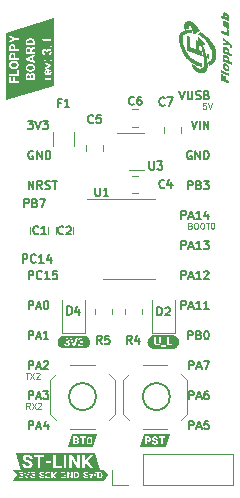
<source format=gbr>
%TF.GenerationSoftware,KiCad,Pcbnew,(6.0.8)*%
%TF.CreationDate,2023-05-03T15:07:47+02:00*%
%TF.ProjectId,Floppy Board v3.1,466c6f70-7079-4204-926f-617264207633,3.0*%
%TF.SameCoordinates,Original*%
%TF.FileFunction,Legend,Top*%
%TF.FilePolarity,Positive*%
%FSLAX46Y46*%
G04 Gerber Fmt 4.6, Leading zero omitted, Abs format (unit mm)*
G04 Created by KiCad (PCBNEW (6.0.8)) date 2023-05-03 15:07:47*
%MOMM*%
%LPD*%
G01*
G04 APERTURE LIST*
%ADD10C,0.150000*%
%ADD11C,0.125000*%
%ADD12C,0.120000*%
G04 APERTURE END LIST*
D10*
X160147000Y-104749600D02*
G75*
G03*
X160147000Y-104749600I-1143000J0D01*
G01*
X166395400Y-104749600D02*
G75*
G03*
X166395400Y-104749600I-1143000J0D01*
G01*
X168228500Y-83978000D02*
X168161833Y-83944666D01*
X168061833Y-83944666D01*
X167961833Y-83978000D01*
X167895166Y-84044666D01*
X167861833Y-84111333D01*
X167828500Y-84244666D01*
X167828500Y-84344666D01*
X167861833Y-84478000D01*
X167895166Y-84544666D01*
X167961833Y-84611333D01*
X168061833Y-84644666D01*
X168128500Y-84644666D01*
X168228500Y-84611333D01*
X168261833Y-84578000D01*
X168261833Y-84344666D01*
X168128500Y-84344666D01*
X168561833Y-84644666D02*
X168561833Y-83944666D01*
X168961833Y-84644666D01*
X168961833Y-83944666D01*
X169295166Y-84644666D02*
X169295166Y-83944666D01*
X169461833Y-83944666D01*
X169561833Y-83978000D01*
X169628500Y-84044666D01*
X169661833Y-84111333D01*
X169695166Y-84244666D01*
X169695166Y-84344666D01*
X169661833Y-84478000D01*
X169628500Y-84544666D01*
X169561833Y-84611333D01*
X169461833Y-84644666D01*
X169295166Y-84644666D01*
X167361833Y-92264666D02*
X167361833Y-91564666D01*
X167628500Y-91564666D01*
X167695166Y-91598000D01*
X167728500Y-91631333D01*
X167761833Y-91698000D01*
X167761833Y-91798000D01*
X167728500Y-91864666D01*
X167695166Y-91898000D01*
X167628500Y-91931333D01*
X167361833Y-91931333D01*
X168028500Y-92064666D02*
X168361833Y-92064666D01*
X167961833Y-92264666D02*
X168195166Y-91564666D01*
X168428500Y-92264666D01*
X169028500Y-92264666D02*
X168628500Y-92264666D01*
X168828500Y-92264666D02*
X168828500Y-91564666D01*
X168761833Y-91664666D01*
X168695166Y-91731333D01*
X168628500Y-91764666D01*
X169261833Y-91564666D02*
X169695166Y-91564666D01*
X169461833Y-91831333D01*
X169561833Y-91831333D01*
X169628500Y-91864666D01*
X169661833Y-91898000D01*
X169695166Y-91964666D01*
X169695166Y-92131333D01*
X169661833Y-92198000D01*
X169628500Y-92231333D01*
X169561833Y-92264666D01*
X169361833Y-92264666D01*
X169295166Y-92231333D01*
X169261833Y-92198000D01*
X154375500Y-81404666D02*
X154808833Y-81404666D01*
X154575500Y-81671333D01*
X154675500Y-81671333D01*
X154742166Y-81704666D01*
X154775500Y-81738000D01*
X154808833Y-81804666D01*
X154808833Y-81971333D01*
X154775500Y-82038000D01*
X154742166Y-82071333D01*
X154675500Y-82104666D01*
X154475500Y-82104666D01*
X154408833Y-82071333D01*
X154375500Y-82038000D01*
X155008833Y-81404666D02*
X155242166Y-82104666D01*
X155475500Y-81404666D01*
X155642166Y-81404666D02*
X156075500Y-81404666D01*
X155842166Y-81671333D01*
X155942166Y-81671333D01*
X156008833Y-81704666D01*
X156042166Y-81738000D01*
X156075500Y-81804666D01*
X156075500Y-81971333D01*
X156042166Y-82038000D01*
X156008833Y-82071333D01*
X155942166Y-82104666D01*
X155742166Y-82104666D01*
X155675500Y-82071333D01*
X155642166Y-82038000D01*
D11*
X168133964Y-90261285D02*
X168205392Y-90285095D01*
X168229202Y-90308904D01*
X168253011Y-90356523D01*
X168253011Y-90427952D01*
X168229202Y-90475571D01*
X168205392Y-90499380D01*
X168157773Y-90523190D01*
X167967297Y-90523190D01*
X167967297Y-90023190D01*
X168133964Y-90023190D01*
X168181583Y-90047000D01*
X168205392Y-90070809D01*
X168229202Y-90118428D01*
X168229202Y-90166047D01*
X168205392Y-90213666D01*
X168181583Y-90237476D01*
X168133964Y-90261285D01*
X167967297Y-90261285D01*
X168562535Y-90023190D02*
X168657773Y-90023190D01*
X168705392Y-90047000D01*
X168753011Y-90094619D01*
X168776821Y-90189857D01*
X168776821Y-90356523D01*
X168753011Y-90451761D01*
X168705392Y-90499380D01*
X168657773Y-90523190D01*
X168562535Y-90523190D01*
X168514916Y-90499380D01*
X168467297Y-90451761D01*
X168443488Y-90356523D01*
X168443488Y-90189857D01*
X168467297Y-90094619D01*
X168514916Y-90047000D01*
X168562535Y-90023190D01*
X169086345Y-90023190D02*
X169181583Y-90023190D01*
X169229202Y-90047000D01*
X169276821Y-90094619D01*
X169300630Y-90189857D01*
X169300630Y-90356523D01*
X169276821Y-90451761D01*
X169229202Y-90499380D01*
X169181583Y-90523190D01*
X169086345Y-90523190D01*
X169038726Y-90499380D01*
X168991107Y-90451761D01*
X168967297Y-90356523D01*
X168967297Y-90189857D01*
X168991107Y-90094619D01*
X169038726Y-90047000D01*
X169086345Y-90023190D01*
X169443488Y-90023190D02*
X169729202Y-90023190D01*
X169586345Y-90523190D02*
X169586345Y-90023190D01*
X169991107Y-90023190D02*
X170038726Y-90023190D01*
X170086345Y-90047000D01*
X170110154Y-90070809D01*
X170133964Y-90118428D01*
X170157773Y-90213666D01*
X170157773Y-90332714D01*
X170133964Y-90427952D01*
X170110154Y-90475571D01*
X170086345Y-90499380D01*
X170038726Y-90523190D01*
X169991107Y-90523190D01*
X169943488Y-90499380D01*
X169919678Y-90475571D01*
X169895869Y-90427952D01*
X169872059Y-90332714D01*
X169872059Y-90213666D01*
X169895869Y-90118428D01*
X169919678Y-90070809D01*
X169943488Y-90047000D01*
X169991107Y-90023190D01*
D10*
X154442166Y-104964666D02*
X154442166Y-104264666D01*
X154708833Y-104264666D01*
X154775500Y-104298000D01*
X154808833Y-104331333D01*
X154842166Y-104398000D01*
X154842166Y-104498000D01*
X154808833Y-104564666D01*
X154775500Y-104598000D01*
X154708833Y-104631333D01*
X154442166Y-104631333D01*
X155108833Y-104764666D02*
X155442166Y-104764666D01*
X155042166Y-104964666D02*
X155275500Y-104264666D01*
X155508833Y-104964666D01*
X155675500Y-104264666D02*
X156108833Y-104264666D01*
X155875500Y-104531333D01*
X155975500Y-104531333D01*
X156042166Y-104564666D01*
X156075500Y-104598000D01*
X156108833Y-104664666D01*
X156108833Y-104831333D01*
X156075500Y-104898000D01*
X156042166Y-104931333D01*
X155975500Y-104964666D01*
X155775500Y-104964666D01*
X155708833Y-104931333D01*
X155675500Y-104898000D01*
X154442166Y-94804666D02*
X154442166Y-94104666D01*
X154708833Y-94104666D01*
X154775500Y-94138000D01*
X154808833Y-94171333D01*
X154842166Y-94238000D01*
X154842166Y-94338000D01*
X154808833Y-94404666D01*
X154775500Y-94438000D01*
X154708833Y-94471333D01*
X154442166Y-94471333D01*
X155542166Y-94738000D02*
X155508833Y-94771333D01*
X155408833Y-94804666D01*
X155342166Y-94804666D01*
X155242166Y-94771333D01*
X155175500Y-94704666D01*
X155142166Y-94638000D01*
X155108833Y-94504666D01*
X155108833Y-94404666D01*
X155142166Y-94271333D01*
X155175500Y-94204666D01*
X155242166Y-94138000D01*
X155342166Y-94104666D01*
X155408833Y-94104666D01*
X155508833Y-94138000D01*
X155542166Y-94171333D01*
X156208833Y-94804666D02*
X155808833Y-94804666D01*
X156008833Y-94804666D02*
X156008833Y-94104666D01*
X155942166Y-94204666D01*
X155875500Y-94271333D01*
X155808833Y-94304666D01*
X156842166Y-94104666D02*
X156508833Y-94104666D01*
X156475500Y-94438000D01*
X156508833Y-94404666D01*
X156575500Y-94371333D01*
X156742166Y-94371333D01*
X156808833Y-94404666D01*
X156842166Y-94438000D01*
X156875500Y-94504666D01*
X156875500Y-94671333D01*
X156842166Y-94738000D01*
X156808833Y-94771333D01*
X156742166Y-94804666D01*
X156575500Y-94804666D01*
X156508833Y-94771333D01*
X156475500Y-94738000D01*
X168228500Y-81404666D02*
X168461833Y-82104666D01*
X168695166Y-81404666D01*
X168928500Y-82104666D02*
X168928500Y-81404666D01*
X169261833Y-82104666D02*
X169261833Y-81404666D01*
X169661833Y-82104666D01*
X169661833Y-81404666D01*
X153934166Y-93407666D02*
X153934166Y-92707666D01*
X154200833Y-92707666D01*
X154267500Y-92741000D01*
X154300833Y-92774333D01*
X154334166Y-92841000D01*
X154334166Y-92941000D01*
X154300833Y-93007666D01*
X154267500Y-93041000D01*
X154200833Y-93074333D01*
X153934166Y-93074333D01*
X155034166Y-93341000D02*
X155000833Y-93374333D01*
X154900833Y-93407666D01*
X154834166Y-93407666D01*
X154734166Y-93374333D01*
X154667500Y-93307666D01*
X154634166Y-93241000D01*
X154600833Y-93107666D01*
X154600833Y-93007666D01*
X154634166Y-92874333D01*
X154667500Y-92807666D01*
X154734166Y-92741000D01*
X154834166Y-92707666D01*
X154900833Y-92707666D01*
X155000833Y-92741000D01*
X155034166Y-92774333D01*
X155700833Y-93407666D02*
X155300833Y-93407666D01*
X155500833Y-93407666D02*
X155500833Y-92707666D01*
X155434166Y-92807666D01*
X155367500Y-92874333D01*
X155300833Y-92907666D01*
X156300833Y-92941000D02*
X156300833Y-93407666D01*
X156134166Y-92674333D02*
X155967500Y-93174333D01*
X156400833Y-93174333D01*
X154442166Y-102424666D02*
X154442166Y-101724666D01*
X154708833Y-101724666D01*
X154775500Y-101758000D01*
X154808833Y-101791333D01*
X154842166Y-101858000D01*
X154842166Y-101958000D01*
X154808833Y-102024666D01*
X154775500Y-102058000D01*
X154708833Y-102091333D01*
X154442166Y-102091333D01*
X155108833Y-102224666D02*
X155442166Y-102224666D01*
X155042166Y-102424666D02*
X155275500Y-101724666D01*
X155508833Y-102424666D01*
X155708833Y-101791333D02*
X155742166Y-101758000D01*
X155808833Y-101724666D01*
X155975500Y-101724666D01*
X156042166Y-101758000D01*
X156075500Y-101791333D01*
X156108833Y-101858000D01*
X156108833Y-101924666D01*
X156075500Y-102024666D01*
X155675500Y-102424666D01*
X156108833Y-102424666D01*
D11*
X154179869Y-102723190D02*
X154465583Y-102723190D01*
X154322726Y-103223190D02*
X154322726Y-102723190D01*
X154584630Y-102723190D02*
X154917964Y-103223190D01*
X154917964Y-102723190D02*
X154584630Y-103223190D01*
X155084630Y-102770809D02*
X155108440Y-102747000D01*
X155156059Y-102723190D01*
X155275107Y-102723190D01*
X155322726Y-102747000D01*
X155346535Y-102770809D01*
X155370345Y-102818428D01*
X155370345Y-102866047D01*
X155346535Y-102937476D01*
X155060821Y-103223190D01*
X155370345Y-103223190D01*
D10*
X168028500Y-104964666D02*
X168028500Y-104264666D01*
X168295166Y-104264666D01*
X168361833Y-104298000D01*
X168395166Y-104331333D01*
X168428500Y-104398000D01*
X168428500Y-104498000D01*
X168395166Y-104564666D01*
X168361833Y-104598000D01*
X168295166Y-104631333D01*
X168028500Y-104631333D01*
X168695166Y-104764666D02*
X169028500Y-104764666D01*
X168628500Y-104964666D02*
X168861833Y-104264666D01*
X169095166Y-104964666D01*
X169628500Y-104264666D02*
X169495166Y-104264666D01*
X169428500Y-104298000D01*
X169395166Y-104331333D01*
X169328500Y-104431333D01*
X169295166Y-104564666D01*
X169295166Y-104831333D01*
X169328500Y-104898000D01*
X169361833Y-104931333D01*
X169428500Y-104964666D01*
X169561833Y-104964666D01*
X169628500Y-104931333D01*
X169661833Y-104898000D01*
X169695166Y-104831333D01*
X169695166Y-104664666D01*
X169661833Y-104598000D01*
X169628500Y-104564666D01*
X169561833Y-104531333D01*
X169428500Y-104531333D01*
X169361833Y-104564666D01*
X169328500Y-104598000D01*
X169295166Y-104664666D01*
X154442166Y-97344666D02*
X154442166Y-96644666D01*
X154708833Y-96644666D01*
X154775500Y-96678000D01*
X154808833Y-96711333D01*
X154842166Y-96778000D01*
X154842166Y-96878000D01*
X154808833Y-96944666D01*
X154775500Y-96978000D01*
X154708833Y-97011333D01*
X154442166Y-97011333D01*
X155108833Y-97144666D02*
X155442166Y-97144666D01*
X155042166Y-97344666D02*
X155275500Y-96644666D01*
X155508833Y-97344666D01*
X155875500Y-96644666D02*
X155942166Y-96644666D01*
X156008833Y-96678000D01*
X156042166Y-96711333D01*
X156075500Y-96778000D01*
X156108833Y-96911333D01*
X156108833Y-97078000D01*
X156075500Y-97211333D01*
X156042166Y-97278000D01*
X156008833Y-97311333D01*
X155942166Y-97344666D01*
X155875500Y-97344666D01*
X155808833Y-97311333D01*
X155775500Y-97278000D01*
X155742166Y-97211333D01*
X155708833Y-97078000D01*
X155708833Y-96911333D01*
X155742166Y-96778000D01*
X155775500Y-96711333D01*
X155808833Y-96678000D01*
X155875500Y-96644666D01*
X168028500Y-102424666D02*
X168028500Y-101724666D01*
X168295166Y-101724666D01*
X168361833Y-101758000D01*
X168395166Y-101791333D01*
X168428500Y-101858000D01*
X168428500Y-101958000D01*
X168395166Y-102024666D01*
X168361833Y-102058000D01*
X168295166Y-102091333D01*
X168028500Y-102091333D01*
X168695166Y-102224666D02*
X169028500Y-102224666D01*
X168628500Y-102424666D02*
X168861833Y-101724666D01*
X169095166Y-102424666D01*
X169261833Y-101724666D02*
X169728500Y-101724666D01*
X169428500Y-102424666D01*
X154061166Y-88708666D02*
X154061166Y-88008666D01*
X154327833Y-88008666D01*
X154394500Y-88042000D01*
X154427833Y-88075333D01*
X154461166Y-88142000D01*
X154461166Y-88242000D01*
X154427833Y-88308666D01*
X154394500Y-88342000D01*
X154327833Y-88375333D01*
X154061166Y-88375333D01*
X154994500Y-88342000D02*
X155094500Y-88375333D01*
X155127833Y-88408666D01*
X155161166Y-88475333D01*
X155161166Y-88575333D01*
X155127833Y-88642000D01*
X155094500Y-88675333D01*
X155027833Y-88708666D01*
X154761166Y-88708666D01*
X154761166Y-88008666D01*
X154994500Y-88008666D01*
X155061166Y-88042000D01*
X155094500Y-88075333D01*
X155127833Y-88142000D01*
X155127833Y-88208666D01*
X155094500Y-88275333D01*
X155061166Y-88308666D01*
X154994500Y-88342000D01*
X154761166Y-88342000D01*
X155394500Y-88008666D02*
X155861166Y-88008666D01*
X155561166Y-88708666D01*
X154442166Y-87184666D02*
X154442166Y-86484666D01*
X154842166Y-87184666D01*
X154842166Y-86484666D01*
X155575500Y-87184666D02*
X155342166Y-86851333D01*
X155175500Y-87184666D02*
X155175500Y-86484666D01*
X155442166Y-86484666D01*
X155508833Y-86518000D01*
X155542166Y-86551333D01*
X155575500Y-86618000D01*
X155575500Y-86718000D01*
X155542166Y-86784666D01*
X155508833Y-86818000D01*
X155442166Y-86851333D01*
X155175500Y-86851333D01*
X155842166Y-87151333D02*
X155942166Y-87184666D01*
X156108833Y-87184666D01*
X156175500Y-87151333D01*
X156208833Y-87118000D01*
X156242166Y-87051333D01*
X156242166Y-86984666D01*
X156208833Y-86918000D01*
X156175500Y-86884666D01*
X156108833Y-86851333D01*
X155975500Y-86818000D01*
X155908833Y-86784666D01*
X155875500Y-86751333D01*
X155842166Y-86684666D01*
X155842166Y-86618000D01*
X155875500Y-86551333D01*
X155908833Y-86518000D01*
X155975500Y-86484666D01*
X156142166Y-86484666D01*
X156242166Y-86518000D01*
X156442166Y-86484666D02*
X156842166Y-86484666D01*
X156642166Y-87184666D02*
X156642166Y-86484666D01*
X167195166Y-78864666D02*
X167428500Y-79564666D01*
X167661833Y-78864666D01*
X167895166Y-78864666D02*
X167895166Y-79431333D01*
X167928500Y-79498000D01*
X167961833Y-79531333D01*
X168028500Y-79564666D01*
X168161833Y-79564666D01*
X168228500Y-79531333D01*
X168261833Y-79498000D01*
X168295166Y-79431333D01*
X168295166Y-78864666D01*
X168595166Y-79531333D02*
X168695166Y-79564666D01*
X168861833Y-79564666D01*
X168928500Y-79531333D01*
X168961833Y-79498000D01*
X168995166Y-79431333D01*
X168995166Y-79364666D01*
X168961833Y-79298000D01*
X168928500Y-79264666D01*
X168861833Y-79231333D01*
X168728500Y-79198000D01*
X168661833Y-79164666D01*
X168628500Y-79131333D01*
X168595166Y-79064666D01*
X168595166Y-78998000D01*
X168628500Y-78931333D01*
X168661833Y-78898000D01*
X168728500Y-78864666D01*
X168895166Y-78864666D01*
X168995166Y-78898000D01*
X169528500Y-79198000D02*
X169628500Y-79231333D01*
X169661833Y-79264666D01*
X169695166Y-79331333D01*
X169695166Y-79431333D01*
X169661833Y-79498000D01*
X169628500Y-79531333D01*
X169561833Y-79564666D01*
X169295166Y-79564666D01*
X169295166Y-78864666D01*
X169528500Y-78864666D01*
X169595166Y-78898000D01*
X169628500Y-78931333D01*
X169661833Y-78998000D01*
X169661833Y-79064666D01*
X169628500Y-79131333D01*
X169595166Y-79164666D01*
X169528500Y-79198000D01*
X169295166Y-79198000D01*
X167928500Y-99884666D02*
X167928500Y-99184666D01*
X168195166Y-99184666D01*
X168261833Y-99218000D01*
X168295166Y-99251333D01*
X168328500Y-99318000D01*
X168328500Y-99418000D01*
X168295166Y-99484666D01*
X168261833Y-99518000D01*
X168195166Y-99551333D01*
X167928500Y-99551333D01*
X168861833Y-99518000D02*
X168961833Y-99551333D01*
X168995166Y-99584666D01*
X169028500Y-99651333D01*
X169028500Y-99751333D01*
X168995166Y-99818000D01*
X168961833Y-99851333D01*
X168895166Y-99884666D01*
X168628500Y-99884666D01*
X168628500Y-99184666D01*
X168861833Y-99184666D01*
X168928500Y-99218000D01*
X168961833Y-99251333D01*
X168995166Y-99318000D01*
X168995166Y-99384666D01*
X168961833Y-99451333D01*
X168928500Y-99484666D01*
X168861833Y-99518000D01*
X168628500Y-99518000D01*
X169461833Y-99184666D02*
X169528500Y-99184666D01*
X169595166Y-99218000D01*
X169628500Y-99251333D01*
X169661833Y-99318000D01*
X169695166Y-99451333D01*
X169695166Y-99618000D01*
X169661833Y-99751333D01*
X169628500Y-99818000D01*
X169595166Y-99851333D01*
X169528500Y-99884666D01*
X169461833Y-99884666D01*
X169395166Y-99851333D01*
X169361833Y-99818000D01*
X169328500Y-99751333D01*
X169295166Y-99618000D01*
X169295166Y-99451333D01*
X169328500Y-99318000D01*
X169361833Y-99251333D01*
X169395166Y-99218000D01*
X169461833Y-99184666D01*
X167361833Y-94804666D02*
X167361833Y-94104666D01*
X167628500Y-94104666D01*
X167695166Y-94138000D01*
X167728500Y-94171333D01*
X167761833Y-94238000D01*
X167761833Y-94338000D01*
X167728500Y-94404666D01*
X167695166Y-94438000D01*
X167628500Y-94471333D01*
X167361833Y-94471333D01*
X168028500Y-94604666D02*
X168361833Y-94604666D01*
X167961833Y-94804666D02*
X168195166Y-94104666D01*
X168428500Y-94804666D01*
X169028500Y-94804666D02*
X168628500Y-94804666D01*
X168828500Y-94804666D02*
X168828500Y-94104666D01*
X168761833Y-94204666D01*
X168695166Y-94271333D01*
X168628500Y-94304666D01*
X169295166Y-94171333D02*
X169328500Y-94138000D01*
X169395166Y-94104666D01*
X169561833Y-94104666D01*
X169628500Y-94138000D01*
X169661833Y-94171333D01*
X169695166Y-94238000D01*
X169695166Y-94304666D01*
X169661833Y-94404666D01*
X169261833Y-94804666D01*
X169695166Y-94804666D01*
X168028500Y-107504666D02*
X168028500Y-106804666D01*
X168295166Y-106804666D01*
X168361833Y-106838000D01*
X168395166Y-106871333D01*
X168428500Y-106938000D01*
X168428500Y-107038000D01*
X168395166Y-107104666D01*
X168361833Y-107138000D01*
X168295166Y-107171333D01*
X168028500Y-107171333D01*
X168695166Y-107304666D02*
X169028500Y-107304666D01*
X168628500Y-107504666D02*
X168861833Y-106804666D01*
X169095166Y-107504666D01*
X169661833Y-106804666D02*
X169328500Y-106804666D01*
X169295166Y-107138000D01*
X169328500Y-107104666D01*
X169395166Y-107071333D01*
X169561833Y-107071333D01*
X169628500Y-107104666D01*
X169661833Y-107138000D01*
X169695166Y-107204666D01*
X169695166Y-107371333D01*
X169661833Y-107438000D01*
X169628500Y-107471333D01*
X169561833Y-107504666D01*
X169395166Y-107504666D01*
X169328500Y-107471333D01*
X169295166Y-107438000D01*
X154808833Y-83978000D02*
X154742166Y-83944666D01*
X154642166Y-83944666D01*
X154542166Y-83978000D01*
X154475500Y-84044666D01*
X154442166Y-84111333D01*
X154408833Y-84244666D01*
X154408833Y-84344666D01*
X154442166Y-84478000D01*
X154475500Y-84544666D01*
X154542166Y-84611333D01*
X154642166Y-84644666D01*
X154708833Y-84644666D01*
X154808833Y-84611333D01*
X154842166Y-84578000D01*
X154842166Y-84344666D01*
X154708833Y-84344666D01*
X155142166Y-84644666D02*
X155142166Y-83944666D01*
X155542166Y-84644666D01*
X155542166Y-83944666D01*
X155875500Y-84644666D02*
X155875500Y-83944666D01*
X156042166Y-83944666D01*
X156142166Y-83978000D01*
X156208833Y-84044666D01*
X156242166Y-84111333D01*
X156275500Y-84244666D01*
X156275500Y-84344666D01*
X156242166Y-84478000D01*
X156208833Y-84544666D01*
X156142166Y-84611333D01*
X156042166Y-84644666D01*
X155875500Y-84644666D01*
X167361833Y-89724666D02*
X167361833Y-89024666D01*
X167628500Y-89024666D01*
X167695166Y-89058000D01*
X167728500Y-89091333D01*
X167761833Y-89158000D01*
X167761833Y-89258000D01*
X167728500Y-89324666D01*
X167695166Y-89358000D01*
X167628500Y-89391333D01*
X167361833Y-89391333D01*
X168028500Y-89524666D02*
X168361833Y-89524666D01*
X167961833Y-89724666D02*
X168195166Y-89024666D01*
X168428500Y-89724666D01*
X169028500Y-89724666D02*
X168628500Y-89724666D01*
X168828500Y-89724666D02*
X168828500Y-89024666D01*
X168761833Y-89124666D01*
X168695166Y-89191333D01*
X168628500Y-89224666D01*
X169628500Y-89258000D02*
X169628500Y-89724666D01*
X169461833Y-88991333D02*
X169295166Y-89491333D01*
X169728500Y-89491333D01*
X154442166Y-107504666D02*
X154442166Y-106804666D01*
X154708833Y-106804666D01*
X154775500Y-106838000D01*
X154808833Y-106871333D01*
X154842166Y-106938000D01*
X154842166Y-107038000D01*
X154808833Y-107104666D01*
X154775500Y-107138000D01*
X154708833Y-107171333D01*
X154442166Y-107171333D01*
X155108833Y-107304666D02*
X155442166Y-107304666D01*
X155042166Y-107504666D02*
X155275500Y-106804666D01*
X155508833Y-107504666D01*
X156042166Y-107038000D02*
X156042166Y-107504666D01*
X155875500Y-106771333D02*
X155708833Y-107271333D01*
X156142166Y-107271333D01*
X154442166Y-99884666D02*
X154442166Y-99184666D01*
X154708833Y-99184666D01*
X154775500Y-99218000D01*
X154808833Y-99251333D01*
X154842166Y-99318000D01*
X154842166Y-99418000D01*
X154808833Y-99484666D01*
X154775500Y-99518000D01*
X154708833Y-99551333D01*
X154442166Y-99551333D01*
X155108833Y-99684666D02*
X155442166Y-99684666D01*
X155042166Y-99884666D02*
X155275500Y-99184666D01*
X155508833Y-99884666D01*
X156108833Y-99884666D02*
X155708833Y-99884666D01*
X155908833Y-99884666D02*
X155908833Y-99184666D01*
X155842166Y-99284666D01*
X155775500Y-99351333D01*
X155708833Y-99384666D01*
D11*
X154537011Y-105763190D02*
X154370345Y-105525095D01*
X154251297Y-105763190D02*
X154251297Y-105263190D01*
X154441773Y-105263190D01*
X154489392Y-105287000D01*
X154513202Y-105310809D01*
X154537011Y-105358428D01*
X154537011Y-105429857D01*
X154513202Y-105477476D01*
X154489392Y-105501285D01*
X154441773Y-105525095D01*
X154251297Y-105525095D01*
X154703678Y-105263190D02*
X155037011Y-105763190D01*
X155037011Y-105263190D02*
X154703678Y-105763190D01*
X155203678Y-105310809D02*
X155227488Y-105287000D01*
X155275107Y-105263190D01*
X155394154Y-105263190D01*
X155441773Y-105287000D01*
X155465583Y-105310809D01*
X155489392Y-105358428D01*
X155489392Y-105406047D01*
X155465583Y-105477476D01*
X155179869Y-105763190D01*
X155489392Y-105763190D01*
X169449992Y-79888590D02*
X169211897Y-79888590D01*
X169188088Y-80126685D01*
X169211897Y-80102876D01*
X169259516Y-80079066D01*
X169378564Y-80079066D01*
X169426183Y-80102876D01*
X169449992Y-80126685D01*
X169473802Y-80174304D01*
X169473802Y-80293352D01*
X169449992Y-80340971D01*
X169426183Y-80364780D01*
X169378564Y-80388590D01*
X169259516Y-80388590D01*
X169211897Y-80364780D01*
X169188088Y-80340971D01*
X169616659Y-79888590D02*
X169783326Y-80388590D01*
X169949992Y-79888590D01*
D10*
X167928500Y-87184666D02*
X167928500Y-86484666D01*
X168195166Y-86484666D01*
X168261833Y-86518000D01*
X168295166Y-86551333D01*
X168328500Y-86618000D01*
X168328500Y-86718000D01*
X168295166Y-86784666D01*
X168261833Y-86818000D01*
X168195166Y-86851333D01*
X167928500Y-86851333D01*
X168861833Y-86818000D02*
X168961833Y-86851333D01*
X168995166Y-86884666D01*
X169028500Y-86951333D01*
X169028500Y-87051333D01*
X168995166Y-87118000D01*
X168961833Y-87151333D01*
X168895166Y-87184666D01*
X168628500Y-87184666D01*
X168628500Y-86484666D01*
X168861833Y-86484666D01*
X168928500Y-86518000D01*
X168961833Y-86551333D01*
X168995166Y-86618000D01*
X168995166Y-86684666D01*
X168961833Y-86751333D01*
X168928500Y-86784666D01*
X168861833Y-86818000D01*
X168628500Y-86818000D01*
X169261833Y-86484666D02*
X169695166Y-86484666D01*
X169461833Y-86751333D01*
X169561833Y-86751333D01*
X169628500Y-86784666D01*
X169661833Y-86818000D01*
X169695166Y-86884666D01*
X169695166Y-87051333D01*
X169661833Y-87118000D01*
X169628500Y-87151333D01*
X169561833Y-87184666D01*
X169361833Y-87184666D01*
X169295166Y-87151333D01*
X169261833Y-87118000D01*
X167361833Y-97344666D02*
X167361833Y-96644666D01*
X167628500Y-96644666D01*
X167695166Y-96678000D01*
X167728500Y-96711333D01*
X167761833Y-96778000D01*
X167761833Y-96878000D01*
X167728500Y-96944666D01*
X167695166Y-96978000D01*
X167628500Y-97011333D01*
X167361833Y-97011333D01*
X168028500Y-97144666D02*
X168361833Y-97144666D01*
X167961833Y-97344666D02*
X168195166Y-96644666D01*
X168428500Y-97344666D01*
X169028500Y-97344666D02*
X168628500Y-97344666D01*
X168828500Y-97344666D02*
X168828500Y-96644666D01*
X168761833Y-96744666D01*
X168695166Y-96811333D01*
X168628500Y-96844666D01*
X169695166Y-97344666D02*
X169295166Y-97344666D01*
X169495166Y-97344666D02*
X169495166Y-96644666D01*
X169428500Y-96744666D01*
X169361833Y-96811333D01*
X169295166Y-96844666D01*
%TO.C,D4*%
X157725333Y-97801866D02*
X157725333Y-97101866D01*
X157892000Y-97101866D01*
X157992000Y-97135200D01*
X158058666Y-97201866D01*
X158092000Y-97268533D01*
X158125333Y-97401866D01*
X158125333Y-97501866D01*
X158092000Y-97635200D01*
X158058666Y-97701866D01*
X157992000Y-97768533D01*
X157892000Y-97801866D01*
X157725333Y-97801866D01*
X158725333Y-97335200D02*
X158725333Y-97801866D01*
X158558666Y-97068533D02*
X158392000Y-97568533D01*
X158825333Y-97568533D01*
%TO.C,C1*%
X155255133Y-90928000D02*
X155221800Y-90961333D01*
X155121800Y-90994666D01*
X155055133Y-90994666D01*
X154955133Y-90961333D01*
X154888466Y-90894666D01*
X154855133Y-90828000D01*
X154821800Y-90694666D01*
X154821800Y-90594666D01*
X154855133Y-90461333D01*
X154888466Y-90394666D01*
X154955133Y-90328000D01*
X155055133Y-90294666D01*
X155121800Y-90294666D01*
X155221800Y-90328000D01*
X155255133Y-90361333D01*
X155921800Y-90994666D02*
X155521800Y-90994666D01*
X155721800Y-90994666D02*
X155721800Y-90294666D01*
X155655133Y-90394666D01*
X155588466Y-90461333D01*
X155521800Y-90494666D01*
%TO.C,R5*%
X160639933Y-100291066D02*
X160406600Y-99957733D01*
X160239933Y-100291066D02*
X160239933Y-99591066D01*
X160506600Y-99591066D01*
X160573266Y-99624400D01*
X160606600Y-99657733D01*
X160639933Y-99724400D01*
X160639933Y-99824400D01*
X160606600Y-99891066D01*
X160573266Y-99924400D01*
X160506600Y-99957733D01*
X160239933Y-99957733D01*
X161273266Y-99591066D02*
X160939933Y-99591066D01*
X160906600Y-99924400D01*
X160939933Y-99891066D01*
X161006600Y-99857733D01*
X161173266Y-99857733D01*
X161239933Y-99891066D01*
X161273266Y-99924400D01*
X161306600Y-99991066D01*
X161306600Y-100157733D01*
X161273266Y-100224400D01*
X161239933Y-100257733D01*
X161173266Y-100291066D01*
X161006600Y-100291066D01*
X160939933Y-100257733D01*
X160906600Y-100224400D01*
%TO.C,C4*%
X165923133Y-87016400D02*
X165889800Y-87049733D01*
X165789800Y-87083066D01*
X165723133Y-87083066D01*
X165623133Y-87049733D01*
X165556466Y-86983066D01*
X165523133Y-86916400D01*
X165489800Y-86783066D01*
X165489800Y-86683066D01*
X165523133Y-86549733D01*
X165556466Y-86483066D01*
X165623133Y-86416400D01*
X165723133Y-86383066D01*
X165789800Y-86383066D01*
X165889800Y-86416400D01*
X165923133Y-86449733D01*
X166523133Y-86616400D02*
X166523133Y-87083066D01*
X166356466Y-86349733D02*
X166189800Y-86849733D01*
X166623133Y-86849733D01*
%TO.C,C6*%
X163357733Y-79980600D02*
X163324400Y-80013933D01*
X163224400Y-80047266D01*
X163157733Y-80047266D01*
X163057733Y-80013933D01*
X162991066Y-79947266D01*
X162957733Y-79880600D01*
X162924400Y-79747266D01*
X162924400Y-79647266D01*
X162957733Y-79513933D01*
X162991066Y-79447266D01*
X163057733Y-79380600D01*
X163157733Y-79347266D01*
X163224400Y-79347266D01*
X163324400Y-79380600D01*
X163357733Y-79413933D01*
X163957733Y-79347266D02*
X163824400Y-79347266D01*
X163757733Y-79380600D01*
X163724400Y-79413933D01*
X163657733Y-79513933D01*
X163624400Y-79647266D01*
X163624400Y-79913933D01*
X163657733Y-79980600D01*
X163691066Y-80013933D01*
X163757733Y-80047266D01*
X163891066Y-80047266D01*
X163957733Y-80013933D01*
X163991066Y-79980600D01*
X164024400Y-79913933D01*
X164024400Y-79747266D01*
X163991066Y-79680600D01*
X163957733Y-79647266D01*
X163891066Y-79613933D01*
X163757733Y-79613933D01*
X163691066Y-79647266D01*
X163657733Y-79680600D01*
X163624400Y-79747266D01*
%TO.C,D2*%
X165345333Y-97878066D02*
X165345333Y-97178066D01*
X165512000Y-97178066D01*
X165612000Y-97211400D01*
X165678666Y-97278066D01*
X165712000Y-97344733D01*
X165745333Y-97478066D01*
X165745333Y-97578066D01*
X165712000Y-97711400D01*
X165678666Y-97778066D01*
X165612000Y-97844733D01*
X165512000Y-97878066D01*
X165345333Y-97878066D01*
X166012000Y-97244733D02*
X166045333Y-97211400D01*
X166112000Y-97178066D01*
X166278666Y-97178066D01*
X166345333Y-97211400D01*
X166378666Y-97244733D01*
X166412000Y-97311400D01*
X166412000Y-97378066D01*
X166378666Y-97478066D01*
X165978666Y-97878066D01*
X166412000Y-97878066D01*
%TO.C,R4*%
X163179933Y-100291066D02*
X162946600Y-99957733D01*
X162779933Y-100291066D02*
X162779933Y-99591066D01*
X163046600Y-99591066D01*
X163113266Y-99624400D01*
X163146600Y-99657733D01*
X163179933Y-99724400D01*
X163179933Y-99824400D01*
X163146600Y-99891066D01*
X163113266Y-99924400D01*
X163046600Y-99957733D01*
X162779933Y-99957733D01*
X163779933Y-99824400D02*
X163779933Y-100291066D01*
X163613266Y-99557733D02*
X163446600Y-100057733D01*
X163879933Y-100057733D01*
%TO.C,C5*%
X159903333Y-81530000D02*
X159870000Y-81563333D01*
X159770000Y-81596666D01*
X159703333Y-81596666D01*
X159603333Y-81563333D01*
X159536666Y-81496666D01*
X159503333Y-81430000D01*
X159470000Y-81296666D01*
X159470000Y-81196666D01*
X159503333Y-81063333D01*
X159536666Y-80996666D01*
X159603333Y-80930000D01*
X159703333Y-80896666D01*
X159770000Y-80896666D01*
X159870000Y-80930000D01*
X159903333Y-80963333D01*
X160536666Y-80896666D02*
X160203333Y-80896666D01*
X160170000Y-81230000D01*
X160203333Y-81196666D01*
X160270000Y-81163333D01*
X160436666Y-81163333D01*
X160503333Y-81196666D01*
X160536666Y-81230000D01*
X160570000Y-81296666D01*
X160570000Y-81463333D01*
X160536666Y-81530000D01*
X160503333Y-81563333D01*
X160436666Y-81596666D01*
X160270000Y-81596666D01*
X160203333Y-81563333D01*
X160170000Y-81530000D01*
%TO.C,F1*%
X157145066Y-79883800D02*
X156911733Y-79883800D01*
X156911733Y-80250466D02*
X156911733Y-79550466D01*
X157245066Y-79550466D01*
X157878400Y-80250466D02*
X157478400Y-80250466D01*
X157678400Y-80250466D02*
X157678400Y-79550466D01*
X157611733Y-79650466D01*
X157545066Y-79717133D01*
X157478400Y-79750466D01*
%TO.C,C2*%
X157363333Y-90953400D02*
X157330000Y-90986733D01*
X157230000Y-91020066D01*
X157163333Y-91020066D01*
X157063333Y-90986733D01*
X156996666Y-90920066D01*
X156963333Y-90853400D01*
X156930000Y-90720066D01*
X156930000Y-90620066D01*
X156963333Y-90486733D01*
X156996666Y-90420066D01*
X157063333Y-90353400D01*
X157163333Y-90320066D01*
X157230000Y-90320066D01*
X157330000Y-90353400D01*
X157363333Y-90386733D01*
X157630000Y-90386733D02*
X157663333Y-90353400D01*
X157730000Y-90320066D01*
X157896666Y-90320066D01*
X157963333Y-90353400D01*
X157996666Y-90386733D01*
X158030000Y-90453400D01*
X158030000Y-90520066D01*
X157996666Y-90620066D01*
X157596666Y-91020066D01*
X158030000Y-91020066D01*
%TO.C,U3*%
X164668266Y-84833666D02*
X164668266Y-85400333D01*
X164701600Y-85467000D01*
X164734933Y-85500333D01*
X164801600Y-85533666D01*
X164934933Y-85533666D01*
X165001600Y-85500333D01*
X165034933Y-85467000D01*
X165068266Y-85400333D01*
X165068266Y-84833666D01*
X165334933Y-84833666D02*
X165768266Y-84833666D01*
X165534933Y-85100333D01*
X165634933Y-85100333D01*
X165701600Y-85133666D01*
X165734933Y-85167000D01*
X165768266Y-85233666D01*
X165768266Y-85400333D01*
X165734933Y-85467000D01*
X165701600Y-85500333D01*
X165634933Y-85533666D01*
X165434933Y-85533666D01*
X165368266Y-85500333D01*
X165334933Y-85467000D01*
%TO.C,C7*%
X165948533Y-80056800D02*
X165915200Y-80090133D01*
X165815200Y-80123466D01*
X165748533Y-80123466D01*
X165648533Y-80090133D01*
X165581866Y-80023466D01*
X165548533Y-79956800D01*
X165515200Y-79823466D01*
X165515200Y-79723466D01*
X165548533Y-79590133D01*
X165581866Y-79523466D01*
X165648533Y-79456800D01*
X165748533Y-79423466D01*
X165815200Y-79423466D01*
X165915200Y-79456800D01*
X165948533Y-79490133D01*
X166181866Y-79423466D02*
X166648533Y-79423466D01*
X166348533Y-80123466D01*
%TO.C,U1*%
X160096266Y-87068866D02*
X160096266Y-87635533D01*
X160129600Y-87702200D01*
X160162933Y-87735533D01*
X160229600Y-87768866D01*
X160362933Y-87768866D01*
X160429600Y-87735533D01*
X160462933Y-87702200D01*
X160496266Y-87635533D01*
X160496266Y-87068866D01*
X161196266Y-87768866D02*
X160796266Y-87768866D01*
X160996266Y-87768866D02*
X160996266Y-87068866D01*
X160929600Y-87168866D01*
X160862933Y-87235533D01*
X160796266Y-87268866D01*
%TO.C,kibuzzard-644D5CBA*%
G36*
X165031568Y-100713537D02*
G01*
X164974336Y-100705048D01*
X164918212Y-100690989D01*
X164863736Y-100671498D01*
X164811433Y-100646760D01*
X164761806Y-100617015D01*
X164715334Y-100582549D01*
X164672463Y-100543693D01*
X164649121Y-100517939D01*
X165662890Y-100517939D01*
X166086585Y-100517939D01*
X166086585Y-100412829D01*
X166147976Y-100412829D01*
X166583764Y-100412829D01*
X166583764Y-100300743D01*
X166287503Y-100300743D01*
X166287503Y-99735661D01*
X166147976Y-99735661D01*
X166147976Y-100412829D01*
X166086585Y-100412829D01*
X165662890Y-100412829D01*
X165662890Y-100517939D01*
X164649121Y-100517939D01*
X164633608Y-100500823D01*
X164599142Y-100454351D01*
X164569397Y-100404724D01*
X164544659Y-100352421D01*
X164525168Y-100297945D01*
X164511109Y-100241821D01*
X164502947Y-100186796D01*
X165089436Y-100186796D01*
X165097963Y-100254751D01*
X165121682Y-100312267D01*
X165160595Y-100359344D01*
X165212529Y-100394226D01*
X165275316Y-100415154D01*
X165348955Y-100422131D01*
X165423602Y-100414948D01*
X165486931Y-100393399D01*
X165538944Y-100357484D01*
X165577572Y-100309218D01*
X165600749Y-100250617D01*
X165608474Y-100181680D01*
X165608474Y-99735661D01*
X165468483Y-99735661D01*
X165468483Y-100186331D01*
X165460315Y-100240456D01*
X165437671Y-100279116D01*
X165400551Y-100302313D01*
X165348955Y-100310045D01*
X165298784Y-100302429D01*
X165260821Y-100279581D01*
X165236927Y-100240107D01*
X165228963Y-100182611D01*
X165228963Y-99735661D01*
X165089436Y-99735661D01*
X165089436Y-100186796D01*
X164502947Y-100186796D01*
X164502620Y-100184589D01*
X164499781Y-100126800D01*
X164502620Y-100069011D01*
X164511109Y-100011779D01*
X164525168Y-99955655D01*
X164544659Y-99901179D01*
X164569397Y-99848876D01*
X164599142Y-99799249D01*
X164633608Y-99752777D01*
X164672463Y-99709907D01*
X164715334Y-99671051D01*
X164761806Y-99636585D01*
X164811433Y-99606840D01*
X164863736Y-99582102D01*
X164918212Y-99562611D01*
X164974336Y-99548552D01*
X165031568Y-99540063D01*
X165089357Y-99537224D01*
X166583843Y-99537224D01*
X166641632Y-99540063D01*
X166698864Y-99548552D01*
X166754988Y-99562611D01*
X166809464Y-99582102D01*
X166861767Y-99606840D01*
X166911394Y-99636585D01*
X166957866Y-99671051D01*
X167000736Y-99709907D01*
X167039592Y-99752777D01*
X167074058Y-99799249D01*
X167103803Y-99848876D01*
X167128541Y-99901179D01*
X167148032Y-99955655D01*
X167162091Y-100011779D01*
X167170580Y-100069011D01*
X167173419Y-100126800D01*
X167170580Y-100184589D01*
X167162091Y-100241821D01*
X167148032Y-100297945D01*
X167128541Y-100352421D01*
X167103803Y-100404724D01*
X167074058Y-100454351D01*
X167039592Y-100500823D01*
X167000736Y-100543693D01*
X166957866Y-100582549D01*
X166911394Y-100617015D01*
X166861767Y-100646760D01*
X166809464Y-100671498D01*
X166754988Y-100690989D01*
X166698864Y-100705048D01*
X166641632Y-100713537D01*
X166583843Y-100716376D01*
X165089357Y-100716376D01*
X165031568Y-100713537D01*
G37*
%TO.C,kibuzzard-644D5C5F*%
G36*
X158505658Y-108512829D02*
G01*
X158537749Y-108544300D01*
X158548446Y-108596131D01*
X158520774Y-108661011D01*
X158487694Y-108678626D01*
X158443802Y-108684498D01*
X158324274Y-108684498D01*
X158324274Y-108501718D01*
X158452173Y-108501718D01*
X158505658Y-108512829D01*
G37*
G36*
X158471881Y-108237490D02*
G01*
X158506356Y-108252664D01*
X158526413Y-108279348D01*
X158533099Y-108318939D01*
X158521368Y-108364879D01*
X158486176Y-108392939D01*
X158427524Y-108403120D01*
X158324274Y-108403120D01*
X158324274Y-108232432D01*
X158421943Y-108232432D01*
X158471881Y-108237490D01*
G37*
G36*
X159636345Y-108228537D02*
G01*
X159665820Y-108257315D01*
X159683086Y-108307137D01*
X159688842Y-108379865D01*
X159688842Y-108540786D01*
X159682680Y-108610084D01*
X159666053Y-108658918D01*
X159637333Y-108687870D01*
X159594894Y-108697520D01*
X159551932Y-108687463D01*
X159522573Y-108657290D01*
X159505655Y-108606421D01*
X159500016Y-108534274D01*
X159500016Y-108369633D01*
X159506702Y-108302254D01*
X159523968Y-108255454D01*
X159552746Y-108228072D01*
X159593964Y-108218945D01*
X159636345Y-108228537D01*
G37*
G36*
X158105373Y-107911677D02*
G01*
X160230421Y-107911677D01*
X159902627Y-109004323D01*
X157777579Y-109004323D01*
X157839901Y-108796584D01*
X158184748Y-108796584D01*
X158447987Y-108796584D01*
X158518991Y-108790486D01*
X158578212Y-108773433D01*
X158625651Y-108745424D01*
X158660274Y-108706667D01*
X158681048Y-108657368D01*
X158687973Y-108597526D01*
X158680473Y-108544739D01*
X158657975Y-108500788D01*
X158622454Y-108467883D01*
X158575887Y-108448233D01*
X158616466Y-108425502D01*
X158647045Y-108392655D01*
X158666230Y-108351786D01*
X158672625Y-108304986D01*
X158665545Y-108249098D01*
X158657870Y-108232432D01*
X158750760Y-108232432D01*
X158955398Y-108232432D01*
X158955398Y-108796584D01*
X159094925Y-108796584D01*
X159094925Y-108523577D01*
X159365606Y-108523577D01*
X159372892Y-108607397D01*
X159392891Y-108677160D01*
X159425602Y-108732867D01*
X159470457Y-108773433D01*
X159526888Y-108797773D01*
X159594894Y-108805886D01*
X159663624Y-108797618D01*
X159720365Y-108772813D01*
X159765116Y-108731472D01*
X159797414Y-108674524D01*
X159816793Y-108602901D01*
X159823252Y-108516601D01*
X159823252Y-108391958D01*
X159815966Y-108308164D01*
X159795967Y-108238479D01*
X159763256Y-108182901D01*
X159718401Y-108142464D01*
X159661970Y-108118202D01*
X159593964Y-108110114D01*
X159525932Y-108118279D01*
X159469424Y-108142774D01*
X159424439Y-108183598D01*
X159391754Y-108240184D01*
X159372143Y-108311962D01*
X159365606Y-108398934D01*
X159365606Y-108523577D01*
X159094925Y-108523577D01*
X159094925Y-108232432D01*
X159302354Y-108232432D01*
X159302354Y-108119416D01*
X158750760Y-108119416D01*
X158750760Y-108232432D01*
X158657870Y-108232432D01*
X158644306Y-108202977D01*
X158608908Y-108166622D01*
X158559815Y-108140397D01*
X158497493Y-108124661D01*
X158421943Y-108119416D01*
X158184748Y-108119416D01*
X158184748Y-108796584D01*
X157839901Y-108796584D01*
X158105373Y-107911677D01*
G37*
%TO.C,kibuzzard-644D5C93*%
G36*
X157394054Y-100670493D02*
G01*
X157341021Y-100662626D01*
X157289014Y-100649599D01*
X157238534Y-100631537D01*
X157190068Y-100608614D01*
X157144082Y-100581051D01*
X157101019Y-100549114D01*
X157061294Y-100513109D01*
X157025290Y-100473384D01*
X156993352Y-100430321D01*
X156965789Y-100384335D01*
X156942866Y-100335869D01*
X156924805Y-100285389D01*
X156923408Y-100279814D01*
X157447683Y-100279814D01*
X157454840Y-100334591D01*
X157476311Y-100381720D01*
X157512097Y-100421201D01*
X157559149Y-100450915D01*
X157614417Y-100468743D01*
X157677901Y-100474686D01*
X157745416Y-100468640D01*
X157803475Y-100450501D01*
X157852076Y-100420270D01*
X157888638Y-100380015D01*
X157910574Y-100331800D01*
X157917886Y-100275628D01*
X157910852Y-100223538D01*
X157889749Y-100178890D01*
X157854344Y-100143078D01*
X157804405Y-100117498D01*
X157846030Y-100092035D01*
X157878819Y-100057502D01*
X157900097Y-100016574D01*
X157907189Y-99971926D01*
X157900420Y-99916089D01*
X157880111Y-99868883D01*
X157846263Y-99830306D01*
X157800478Y-99801755D01*
X157756122Y-99788216D01*
X157967651Y-99788216D01*
X158202520Y-100465384D01*
X158348093Y-100465384D01*
X158412711Y-100279814D01*
X158616914Y-100279814D01*
X158624071Y-100334591D01*
X158645542Y-100381720D01*
X158681328Y-100421201D01*
X158728380Y-100450915D01*
X158783648Y-100468743D01*
X158847132Y-100474686D01*
X158914647Y-100468640D01*
X158972706Y-100450501D01*
X159021307Y-100420270D01*
X159057869Y-100380015D01*
X159079805Y-100331800D01*
X159087117Y-100275628D01*
X159080083Y-100223538D01*
X159058980Y-100178890D01*
X159023575Y-100143078D01*
X158973636Y-100117498D01*
X159015261Y-100092035D01*
X159048050Y-100057502D01*
X159069328Y-100016574D01*
X159076420Y-99971926D01*
X159069651Y-99916089D01*
X159049342Y-99868883D01*
X159015494Y-99830306D01*
X158969709Y-99801755D01*
X158913588Y-99784625D01*
X158847132Y-99778914D01*
X158787891Y-99784844D01*
X158733883Y-99802634D01*
X158688188Y-99830946D01*
X158653888Y-99868444D01*
X158632436Y-99913267D01*
X158625285Y-99963554D01*
X158759695Y-99963554D01*
X158785740Y-99908441D01*
X158850388Y-99887280D01*
X158917593Y-99910069D01*
X158942010Y-99973786D01*
X158917360Y-100041689D01*
X158886083Y-100060874D01*
X158841551Y-100067269D01*
X158769927Y-100067269D01*
X158769927Y-100172379D01*
X158841086Y-100172379D01*
X158903098Y-100183644D01*
X158940305Y-100217440D01*
X158952707Y-100273768D01*
X158925499Y-100340973D01*
X158893118Y-100359983D01*
X158850388Y-100366320D01*
X158779927Y-100342136D01*
X158751324Y-100279814D01*
X158616914Y-100279814D01*
X158412711Y-100279814D01*
X158583892Y-99788216D01*
X158428553Y-99788216D01*
X158275074Y-100297487D01*
X158122525Y-99788216D01*
X157967651Y-99788216D01*
X157756122Y-99788216D01*
X157744357Y-99784625D01*
X157677901Y-99778914D01*
X157618660Y-99784844D01*
X157564652Y-99802634D01*
X157518957Y-99830946D01*
X157484657Y-99868444D01*
X157463205Y-99913267D01*
X157456054Y-99963554D01*
X157590465Y-99963554D01*
X157616509Y-99908441D01*
X157681157Y-99887280D01*
X157748362Y-99910069D01*
X157772779Y-99973786D01*
X157748129Y-100041689D01*
X157716852Y-100060874D01*
X157672320Y-100067269D01*
X157600696Y-100067269D01*
X157600696Y-100172379D01*
X157671855Y-100172379D01*
X157733867Y-100183644D01*
X157771074Y-100217440D01*
X157783476Y-100273768D01*
X157756268Y-100340973D01*
X157723887Y-100359983D01*
X157681157Y-100366320D01*
X157610696Y-100342136D01*
X157582093Y-100279814D01*
X157447683Y-100279814D01*
X156923408Y-100279814D01*
X156911777Y-100233382D01*
X156903911Y-100180349D01*
X156901280Y-100126800D01*
X156903911Y-100073251D01*
X156911777Y-100020218D01*
X156924805Y-99968211D01*
X156942866Y-99917731D01*
X156965789Y-99869265D01*
X156993352Y-99823279D01*
X157025290Y-99780216D01*
X157061294Y-99740491D01*
X157101019Y-99704486D01*
X157144082Y-99672549D01*
X157190068Y-99644986D01*
X157238534Y-99622063D01*
X157289014Y-99604001D01*
X157341021Y-99590974D01*
X157394054Y-99583107D01*
X157447603Y-99580477D01*
X159087197Y-99580477D01*
X159140746Y-99583107D01*
X159193779Y-99590974D01*
X159245786Y-99604001D01*
X159296266Y-99622063D01*
X159344732Y-99644986D01*
X159390718Y-99672549D01*
X159433781Y-99704486D01*
X159473506Y-99740491D01*
X159509510Y-99780216D01*
X159541448Y-99823279D01*
X159569011Y-99869265D01*
X159591934Y-99917731D01*
X159609995Y-99968211D01*
X159623023Y-100020218D01*
X159630889Y-100073251D01*
X159633520Y-100126800D01*
X159630889Y-100180349D01*
X159623023Y-100233382D01*
X159609995Y-100285389D01*
X159591934Y-100335869D01*
X159569011Y-100384335D01*
X159541448Y-100430321D01*
X159509510Y-100473384D01*
X159473506Y-100513109D01*
X159433781Y-100549114D01*
X159390718Y-100581051D01*
X159344732Y-100608614D01*
X159296266Y-100631537D01*
X159245786Y-100649599D01*
X159193779Y-100662626D01*
X159140746Y-100670493D01*
X159087197Y-100673123D01*
X157447603Y-100673123D01*
X157394054Y-100670493D01*
G37*
D12*
%TO.C,D4*%
X159202000Y-99396000D02*
X159202000Y-96536000D01*
X157282000Y-96536000D02*
X157282000Y-99396000D01*
X157282000Y-99396000D02*
X159202000Y-99396000D01*
%TO.C,C1*%
X154586000Y-90416748D02*
X154586000Y-90939252D01*
X156056000Y-90416748D02*
X156056000Y-90939252D01*
%TO.C,kibuzzard-644D5C68*%
G36*
X164219849Y-107911677D02*
G01*
X166409545Y-107911677D01*
X166081751Y-109004323D01*
X163892055Y-109004323D01*
X163954377Y-108796584D01*
X164299224Y-108796584D01*
X164438750Y-108796584D01*
X164438750Y-108548692D01*
X164549906Y-108548692D01*
X164676875Y-108796584D01*
X164826634Y-108796584D01*
X164826634Y-108790073D01*
X164717311Y-108583574D01*
X164878724Y-108583574D01*
X164887153Y-108645198D01*
X164912442Y-108698916D01*
X164953777Y-108743390D01*
X165010343Y-108777283D01*
X165078014Y-108798735D01*
X165152660Y-108805886D01*
X165222579Y-108800331D01*
X165282265Y-108783665D01*
X165331719Y-108755889D01*
X165368668Y-108718346D01*
X165390837Y-108672380D01*
X165398227Y-108617990D01*
X165384623Y-108545437D01*
X165343811Y-108485905D01*
X165300352Y-108452471D01*
X165242526Y-108422860D01*
X165170334Y-108397073D01*
X165113535Y-108376842D01*
X165072433Y-108355216D01*
X165039179Y-108299870D01*
X165067549Y-108242897D01*
X165101617Y-108226677D01*
X165147079Y-108221270D01*
X165194169Y-108227723D01*
X165229400Y-108247083D01*
X165251375Y-108278069D01*
X165258700Y-108319404D01*
X165398227Y-108319404D01*
X165390378Y-108261733D01*
X165376893Y-108232432D01*
X165450782Y-108232432D01*
X165655420Y-108232432D01*
X165655420Y-108796584D01*
X165794947Y-108796584D01*
X165794947Y-108232432D01*
X166002376Y-108232432D01*
X166002376Y-108119416D01*
X165450782Y-108119416D01*
X165450782Y-108232432D01*
X165376893Y-108232432D01*
X165366833Y-108210573D01*
X165329103Y-108168076D01*
X165278699Y-108136392D01*
X165218005Y-108116684D01*
X165149405Y-108110114D01*
X165080862Y-108116160D01*
X165019413Y-108134299D01*
X164968253Y-108163192D01*
X164930581Y-108201504D01*
X164907385Y-108247490D01*
X164899653Y-108299405D01*
X164912468Y-108364982D01*
X164950916Y-108420948D01*
X165014994Y-108467302D01*
X165064875Y-108490265D01*
X165129871Y-108513578D01*
X165191263Y-108536484D01*
X165230330Y-108558226D01*
X165258235Y-108618920D01*
X165230330Y-108675429D01*
X165196960Y-108690602D01*
X165152660Y-108695660D01*
X165094059Y-108688655D01*
X165052201Y-108667638D01*
X165027087Y-108632611D01*
X165018715Y-108583574D01*
X164878724Y-108583574D01*
X164717311Y-108583574D01*
X164680131Y-108513345D01*
X164733325Y-108481196D01*
X164771056Y-108439629D01*
X164793554Y-108387597D01*
X164801054Y-108324055D01*
X164793819Y-108263852D01*
X164772115Y-108213467D01*
X164735942Y-108172901D01*
X164686436Y-108143187D01*
X164624734Y-108125359D01*
X164550837Y-108119416D01*
X164299224Y-108119416D01*
X164299224Y-108796584D01*
X163954377Y-108796584D01*
X164219849Y-107911677D01*
G37*
G36*
X164599845Y-108239292D02*
G01*
X164634320Y-108259873D01*
X164654726Y-108292429D01*
X164661528Y-108335217D01*
X164654319Y-108377133D01*
X164632692Y-108408933D01*
X164597927Y-108428990D01*
X164551302Y-108435676D01*
X164438750Y-108435676D01*
X164438750Y-108232432D01*
X164550837Y-108232432D01*
X164599845Y-108239292D01*
G37*
%TO.C,SW1*%
X167870800Y-106250400D02*
X167380800Y-106740400D01*
X167870800Y-103350400D02*
X167380800Y-102860400D01*
X162430800Y-103350400D02*
X162920800Y-102860400D01*
X162430800Y-103350400D02*
X162430800Y-106250400D01*
X164110800Y-107520400D02*
X166190800Y-107520400D01*
X162430800Y-106250400D02*
X162920800Y-106740400D01*
X164110800Y-102080400D02*
X166190800Y-102080400D01*
X167870800Y-103350400D02*
X167870800Y-106250400D01*
%TO.C,R5*%
X161532000Y-97308936D02*
X161532000Y-97763064D01*
X160062000Y-97308936D02*
X160062000Y-97763064D01*
%TO.C,C4*%
X163735652Y-86031400D02*
X163213148Y-86031400D01*
X163735652Y-87501400D02*
X163213148Y-87501400D01*
%TO.C,kibuzzard-644D5758*%
G36*
X153347848Y-109509031D02*
G01*
X160023823Y-109509031D01*
X160451084Y-110933233D01*
X153775109Y-110933233D01*
X153624266Y-110430422D01*
X153907401Y-110430422D01*
X153921450Y-110533128D01*
X153963599Y-110622658D01*
X154032490Y-110696781D01*
X154126767Y-110753270D01*
X154239551Y-110789024D01*
X154363962Y-110800942D01*
X154480492Y-110791683D01*
X154579969Y-110763907D01*
X154662393Y-110717613D01*
X154723974Y-110655042D01*
X154760923Y-110578431D01*
X154773239Y-110487782D01*
X154750566Y-110366860D01*
X154682547Y-110267641D01*
X154610114Y-110211916D01*
X154513737Y-110162565D01*
X154393417Y-110119588D01*
X154298753Y-110085869D01*
X154230249Y-110049825D01*
X154174826Y-109957582D01*
X154222110Y-109862627D01*
X154278890Y-109835594D01*
X154354660Y-109826582D01*
X154433144Y-109837338D01*
X154491861Y-109869603D01*
X154528487Y-109921247D01*
X154540695Y-109990138D01*
X154773239Y-109990138D01*
X154760159Y-109894020D01*
X154737684Y-109845186D01*
X154860831Y-109845186D01*
X155201895Y-109845186D01*
X155201895Y-110785439D01*
X155434439Y-110785439D01*
X156528171Y-110785439D01*
X157254483Y-110785439D01*
X157402536Y-110785439D01*
X157635080Y-110785439D01*
X157850571Y-110785439D01*
X158083115Y-110785439D01*
X158083115Y-110042848D01*
X158535800Y-110785439D01*
X158768344Y-110785439D01*
X158971433Y-110785439D01*
X159203976Y-110785439D01*
X159203976Y-110462978D01*
X159324899Y-110332753D01*
X159614804Y-110785439D01*
X159891531Y-110785439D01*
X159479154Y-110158345D01*
X159879904Y-109656825D01*
X159593875Y-109656825D01*
X159306296Y-110028121D01*
X159203976Y-110168422D01*
X159203976Y-109656825D01*
X158971433Y-109656825D01*
X158971433Y-110785439D01*
X158768344Y-110785439D01*
X158768344Y-109656825D01*
X158536575Y-109656825D01*
X158536575Y-110400966D01*
X158083115Y-109656825D01*
X157850571Y-109656825D01*
X157850571Y-110785439D01*
X157635080Y-110785439D01*
X157635080Y-109656825D01*
X157402536Y-109656825D01*
X157402536Y-110785439D01*
X157254483Y-110785439D01*
X157254483Y-110598628D01*
X156760715Y-110598628D01*
X156760715Y-109656825D01*
X156528171Y-109656825D01*
X156528171Y-110785439D01*
X155434439Y-110785439D01*
X155434439Y-110392439D01*
X155897202Y-110392439D01*
X156333609Y-110392439D01*
X156333609Y-110211830D01*
X155897202Y-110211830D01*
X155897202Y-110392439D01*
X155434439Y-110392439D01*
X155434439Y-109845186D01*
X155780154Y-109845186D01*
X155780154Y-109656825D01*
X154860831Y-109656825D01*
X154860831Y-109845186D01*
X154737684Y-109845186D01*
X154720917Y-109808754D01*
X154658033Y-109737925D01*
X154574027Y-109685118D01*
X154472870Y-109652271D01*
X154358536Y-109641322D01*
X154244299Y-109651399D01*
X154141882Y-109681630D01*
X154056616Y-109729786D01*
X153993829Y-109793639D01*
X153955169Y-109870281D01*
X153942282Y-109956807D01*
X153963642Y-110066103D01*
X154027721Y-110159379D01*
X154134518Y-110236635D01*
X154217653Y-110274908D01*
X154325980Y-110313762D01*
X154428299Y-110351938D01*
X154493411Y-110388176D01*
X154539920Y-110489333D01*
X154493411Y-110583513D01*
X154437795Y-110608802D01*
X154363962Y-110617232D01*
X154266293Y-110605556D01*
X154196530Y-110570529D01*
X154154672Y-110512151D01*
X154140720Y-110430422D01*
X153907401Y-110430422D01*
X153624266Y-110430422D01*
X153347848Y-109509031D01*
G37*
%TO.C,C6*%
X163731752Y-81888000D02*
X163209248Y-81888000D01*
X163731752Y-80418000D02*
X163209248Y-80418000D01*
%TO.C,D2*%
X164902000Y-99396000D02*
X166822000Y-99396000D01*
X164902000Y-96536000D02*
X164902000Y-99396000D01*
X166822000Y-99396000D02*
X166822000Y-96536000D01*
%TO.C,kibuzzard-644D5750*%
G36*
X158501171Y-111207174D02*
G01*
X158545064Y-111240457D01*
X158564873Y-111274671D01*
X158576759Y-111318143D01*
X158580720Y-111370875D01*
X158580720Y-111400718D01*
X158576285Y-111451749D01*
X158564012Y-111494252D01*
X158543901Y-111528230D01*
X158499814Y-111561658D01*
X158439644Y-111572801D01*
X158383446Y-111572801D01*
X158383446Y-111196079D01*
X158440806Y-111196079D01*
X158501171Y-111207174D01*
G37*
G36*
X153441241Y-111404400D02*
G01*
X153124163Y-110928783D01*
X160858359Y-110928783D01*
X161175437Y-111404400D01*
X160858359Y-111880017D01*
X153124163Y-111880017D01*
X153234406Y-111714652D01*
X155006520Y-111714652D01*
X155089848Y-111714652D01*
X156814162Y-111714652D01*
X156897490Y-111714652D01*
X158727611Y-111714652D01*
X158810939Y-111714652D01*
X158887544Y-111488697D01*
X159055885Y-111488697D01*
X159062910Y-111540051D01*
X159083984Y-111584815D01*
X159118430Y-111621877D01*
X159165568Y-111650121D01*
X159221960Y-111667998D01*
X159284166Y-111673957D01*
X159342431Y-111669328D01*
X159392170Y-111655440D01*
X159433382Y-111632293D01*
X159464172Y-111601007D01*
X159482646Y-111562702D01*
X159488805Y-111517378D01*
X159477468Y-111456916D01*
X159443458Y-111407307D01*
X159407242Y-111379445D01*
X159359054Y-111354769D01*
X159298894Y-111333280D01*
X159251561Y-111316421D01*
X159217309Y-111298399D01*
X159189598Y-111252278D01*
X159213240Y-111204800D01*
X159241630Y-111191283D01*
X159279515Y-111186778D01*
X159318757Y-111192155D01*
X159348115Y-111208288D01*
X159366428Y-111234110D01*
X159372533Y-111268556D01*
X159488805Y-111268556D01*
X159482264Y-111220496D01*
X159462643Y-111177863D01*
X159431201Y-111142449D01*
X159389198Y-111116046D01*
X159345632Y-111101899D01*
X159530662Y-111101899D01*
X159655849Y-111666206D01*
X159772896Y-111666206D01*
X159864751Y-111288709D01*
X159956605Y-111666206D01*
X160073653Y-111666206D01*
X160261626Y-111666206D01*
X160436421Y-111666206D01*
X160484093Y-111662244D01*
X160528405Y-111650875D01*
X160569359Y-111632099D01*
X160605683Y-111606563D01*
X160636107Y-111574911D01*
X160660632Y-111537144D01*
X160678611Y-111494382D01*
X160689399Y-111447744D01*
X160692995Y-111397230D01*
X160692995Y-111371262D01*
X160689334Y-111320684D01*
X160678353Y-111273852D01*
X160660051Y-111230767D01*
X160635225Y-111192699D01*
X160604671Y-111160918D01*
X160568390Y-111135424D01*
X160527501Y-111116799D01*
X160483124Y-111105624D01*
X160435258Y-111101899D01*
X160261626Y-111101899D01*
X160261626Y-111666206D01*
X160073653Y-111666206D01*
X160198839Y-111101899D01*
X160082954Y-111101899D01*
X160006990Y-111503425D01*
X159914360Y-111101899D01*
X159815916Y-111101899D01*
X159722899Y-111502650D01*
X159646547Y-111101899D01*
X159530662Y-111101899D01*
X159345632Y-111101899D01*
X159338620Y-111099622D01*
X159281453Y-111094148D01*
X159224334Y-111099186D01*
X159173126Y-111114301D01*
X159130493Y-111138379D01*
X159099100Y-111170306D01*
X159079769Y-111208627D01*
X159073326Y-111251890D01*
X159084006Y-111306538D01*
X159116045Y-111353176D01*
X159169444Y-111391804D01*
X159211011Y-111410940D01*
X159265175Y-111430367D01*
X159316334Y-111449455D01*
X159348891Y-111467574D01*
X159372145Y-111518153D01*
X159348891Y-111565243D01*
X159321082Y-111577887D01*
X159284166Y-111582102D01*
X159235332Y-111576265D01*
X159200450Y-111558751D01*
X159179521Y-111529562D01*
X159172545Y-111488697D01*
X159055885Y-111488697D01*
X158887544Y-111488697D01*
X159018678Y-111101899D01*
X158935350Y-111101899D01*
X158727611Y-111714652D01*
X156897490Y-111714652D01*
X157002082Y-111406144D01*
X157152125Y-111406144D01*
X157155894Y-111458553D01*
X157166164Y-111506224D01*
X157182938Y-111549159D01*
X157219273Y-111602789D01*
X157268204Y-111641982D01*
X157307026Y-111659746D01*
X157349852Y-111670404D01*
X157396684Y-111673957D01*
X157463347Y-111668773D01*
X157473327Y-111666206D01*
X157706743Y-111666206D01*
X157823015Y-111666206D01*
X157823015Y-111294911D01*
X158049357Y-111666206D01*
X158165629Y-111666206D01*
X158267174Y-111666206D01*
X158441969Y-111666206D01*
X158489641Y-111662244D01*
X158533953Y-111650875D01*
X158574907Y-111632099D01*
X158611231Y-111606563D01*
X158641656Y-111574911D01*
X158666180Y-111537144D01*
X158684159Y-111494382D01*
X158694947Y-111447744D01*
X158698543Y-111397230D01*
X158698543Y-111371262D01*
X158694882Y-111320684D01*
X158683901Y-111273852D01*
X158665599Y-111230767D01*
X158640773Y-111192699D01*
X158610219Y-111160918D01*
X158573938Y-111135424D01*
X158533049Y-111116799D01*
X158488672Y-111105624D01*
X158440806Y-111101899D01*
X158267174Y-111101899D01*
X158267174Y-111666206D01*
X158165629Y-111666206D01*
X158165629Y-111101899D01*
X158049745Y-111101899D01*
X158049745Y-111473969D01*
X157823015Y-111101899D01*
X157706743Y-111101899D01*
X157706743Y-111666206D01*
X157473327Y-111666206D01*
X157523808Y-111653222D01*
X157574677Y-111628272D01*
X157612562Y-111594892D01*
X157612562Y-111369712D01*
X157390483Y-111369712D01*
X157390483Y-111455366D01*
X157496290Y-111455366D01*
X157496290Y-111552647D01*
X157458987Y-111573576D01*
X157402885Y-111580552D01*
X157345621Y-111569216D01*
X157304054Y-111535206D01*
X157285321Y-111500152D01*
X157274082Y-111455452D01*
X157270335Y-111401106D01*
X157270335Y-111365061D01*
X157273996Y-111311232D01*
X157284460Y-111267048D01*
X157301729Y-111232511D01*
X157339808Y-111199083D01*
X157392033Y-111187940D01*
X157433552Y-111193560D01*
X157465091Y-111210420D01*
X157486940Y-111239391D01*
X157499391Y-111281345D01*
X157612562Y-111281345D01*
X157600462Y-111225212D01*
X157578111Y-111178768D01*
X157545512Y-111142013D01*
X157502922Y-111115421D01*
X157450600Y-111099466D01*
X157388545Y-111094148D01*
X157342532Y-111097787D01*
X157300609Y-111108703D01*
X157262778Y-111126898D01*
X157215397Y-111166914D01*
X157180612Y-111221465D01*
X157164786Y-111265197D01*
X157155291Y-111313966D01*
X157152125Y-111367774D01*
X157152125Y-111406144D01*
X157002082Y-111406144D01*
X157105229Y-111101899D01*
X157021901Y-111101899D01*
X156814162Y-111714652D01*
X155089848Y-111714652D01*
X155166453Y-111488697D01*
X155334795Y-111488697D01*
X155341819Y-111540051D01*
X155362894Y-111584815D01*
X155397339Y-111621877D01*
X155444478Y-111650121D01*
X155500870Y-111667998D01*
X155563075Y-111673957D01*
X155621340Y-111669328D01*
X155671079Y-111655440D01*
X155712291Y-111632293D01*
X155743081Y-111601007D01*
X155761556Y-111562702D01*
X155767714Y-111517378D01*
X155756377Y-111456916D01*
X155722368Y-111407307D01*
X155713299Y-111400330D01*
X155829338Y-111400330D01*
X155833226Y-111460683D01*
X155844889Y-111514229D01*
X155864329Y-111560967D01*
X155891543Y-111600900D01*
X155925541Y-111632862D01*
X155965328Y-111655693D01*
X156010904Y-111669391D01*
X156062269Y-111673957D01*
X156124130Y-111668144D01*
X156130052Y-111666206D01*
X156365739Y-111666206D01*
X156482011Y-111666206D01*
X156482011Y-111504975D01*
X156542473Y-111439863D01*
X156687425Y-111666206D01*
X156825789Y-111666206D01*
X156619600Y-111352659D01*
X156819975Y-111101899D01*
X156676961Y-111101899D01*
X156533171Y-111287547D01*
X156482011Y-111357697D01*
X156482011Y-111101899D01*
X156365739Y-111101899D01*
X156365739Y-111666206D01*
X156130052Y-111666206D01*
X156177422Y-111650703D01*
X156222143Y-111621635D01*
X156256573Y-111582447D01*
X156278988Y-111534646D01*
X156289387Y-111478233D01*
X156173115Y-111478233D01*
X156163571Y-111523046D01*
X156142691Y-111554391D01*
X156109311Y-111572849D01*
X156062269Y-111579002D01*
X156010577Y-111568440D01*
X155974872Y-111536756D01*
X155959476Y-111503124D01*
X155950239Y-111458553D01*
X155947160Y-111403043D01*
X155947160Y-111360410D01*
X155950799Y-111307119D01*
X155960682Y-111264034D01*
X155976810Y-111231155D01*
X156012999Y-111199907D01*
X156063820Y-111189491D01*
X156110474Y-111195643D01*
X156143466Y-111214102D01*
X156164153Y-111246222D01*
X156173891Y-111293360D01*
X156290163Y-111293360D01*
X156278363Y-111235009D01*
X156255367Y-111186046D01*
X156221175Y-111146470D01*
X156177163Y-111117402D01*
X156124712Y-111099961D01*
X156063820Y-111094148D01*
X156018711Y-111097830D01*
X155977434Y-111108875D01*
X155939990Y-111127285D01*
X155892852Y-111167641D01*
X155858018Y-111222434D01*
X155842085Y-111265929D01*
X155832525Y-111313729D01*
X155829338Y-111365836D01*
X155829338Y-111400330D01*
X155713299Y-111400330D01*
X155686151Y-111379445D01*
X155637963Y-111354769D01*
X155577803Y-111333280D01*
X155530471Y-111316421D01*
X155496219Y-111298399D01*
X155468507Y-111252278D01*
X155492149Y-111204800D01*
X155520539Y-111191283D01*
X155558424Y-111186778D01*
X155597666Y-111192155D01*
X155627025Y-111208288D01*
X155645338Y-111234110D01*
X155651442Y-111268556D01*
X155767714Y-111268556D01*
X155761174Y-111220496D01*
X155741553Y-111177863D01*
X155710111Y-111142449D01*
X155668107Y-111116046D01*
X155617529Y-111099622D01*
X155560362Y-111094148D01*
X155503244Y-111099186D01*
X155452035Y-111114301D01*
X155409402Y-111138379D01*
X155378009Y-111170306D01*
X155358679Y-111208627D01*
X155352235Y-111251890D01*
X155362915Y-111306538D01*
X155394954Y-111353176D01*
X155448353Y-111391804D01*
X155489921Y-111410940D01*
X155544084Y-111430367D01*
X155595244Y-111449455D01*
X155627800Y-111467574D01*
X155651054Y-111518153D01*
X155627800Y-111565243D01*
X155599991Y-111577887D01*
X155563075Y-111582102D01*
X155514241Y-111576265D01*
X155479359Y-111558751D01*
X155458430Y-111529562D01*
X155451454Y-111488697D01*
X155334795Y-111488697D01*
X155166453Y-111488697D01*
X155297587Y-111101899D01*
X155214259Y-111101899D01*
X155006520Y-111714652D01*
X153234406Y-111714652D01*
X153369798Y-111511564D01*
X153606605Y-111511564D01*
X153612570Y-111557212D01*
X153630463Y-111596486D01*
X153660284Y-111629386D01*
X153699494Y-111654148D01*
X153745550Y-111669005D01*
X153798454Y-111673957D01*
X153854717Y-111668919D01*
X153903099Y-111653803D01*
X153943600Y-111628611D01*
X153974068Y-111595065D01*
X153992348Y-111554886D01*
X153998442Y-111508076D01*
X153992580Y-111464668D01*
X153974994Y-111427461D01*
X153945490Y-111397617D01*
X153903874Y-111376301D01*
X153938562Y-111355081D01*
X153965886Y-111326304D01*
X153983617Y-111292198D01*
X153989528Y-111254991D01*
X153983886Y-111208460D01*
X153966962Y-111169122D01*
X153938756Y-111136974D01*
X153900601Y-111113182D01*
X153863639Y-111101899D01*
X154039912Y-111101899D01*
X154235637Y-111666206D01*
X154356947Y-111666206D01*
X154410796Y-111511564D01*
X154580965Y-111511564D01*
X154586929Y-111557212D01*
X154604822Y-111596486D01*
X154634643Y-111629386D01*
X154673853Y-111654148D01*
X154719910Y-111669005D01*
X154772813Y-111673957D01*
X154829076Y-111668919D01*
X154877458Y-111653803D01*
X154917959Y-111628611D01*
X154948427Y-111595065D01*
X154966708Y-111554886D01*
X154972801Y-111508076D01*
X154966939Y-111464668D01*
X154949353Y-111427461D01*
X154919849Y-111397617D01*
X154878233Y-111376301D01*
X154912921Y-111355081D01*
X154940245Y-111326304D01*
X154957976Y-111292198D01*
X154963887Y-111254991D01*
X154958246Y-111208460D01*
X154941322Y-111169122D01*
X154913115Y-111136974D01*
X154874960Y-111113182D01*
X154828193Y-111098906D01*
X154772813Y-111094148D01*
X154723446Y-111099089D01*
X154678439Y-111113914D01*
X154640360Y-111137507D01*
X154611777Y-111168755D01*
X154593900Y-111206108D01*
X154587941Y-111248014D01*
X154699950Y-111248014D01*
X154721654Y-111202087D01*
X154775526Y-111184452D01*
X154831531Y-111203443D01*
X154851878Y-111256541D01*
X154831337Y-111313127D01*
X154805273Y-111329114D01*
X154768162Y-111334443D01*
X154708476Y-111334443D01*
X154708476Y-111422035D01*
X154767775Y-111422035D01*
X154819451Y-111431422D01*
X154850457Y-111459586D01*
X154860792Y-111506526D01*
X154838119Y-111562530D01*
X154811135Y-111578372D01*
X154775526Y-111583653D01*
X154716809Y-111563499D01*
X154692973Y-111511564D01*
X154580965Y-111511564D01*
X154410796Y-111511564D01*
X154553447Y-111101899D01*
X154423997Y-111101899D01*
X154296098Y-111526292D01*
X154168974Y-111101899D01*
X154039912Y-111101899D01*
X153863639Y-111101899D01*
X153853834Y-111098906D01*
X153798454Y-111094148D01*
X153749087Y-111099089D01*
X153704080Y-111113914D01*
X153666001Y-111137507D01*
X153637417Y-111168755D01*
X153619541Y-111206108D01*
X153613582Y-111248014D01*
X153725590Y-111248014D01*
X153747295Y-111202087D01*
X153801167Y-111184452D01*
X153857172Y-111203443D01*
X153877519Y-111256541D01*
X153856978Y-111313127D01*
X153830913Y-111329114D01*
X153793803Y-111334443D01*
X153734117Y-111334443D01*
X153734117Y-111422035D01*
X153793416Y-111422035D01*
X153845092Y-111431422D01*
X153876098Y-111459586D01*
X153886433Y-111506526D01*
X153863760Y-111562530D01*
X153836775Y-111578372D01*
X153801167Y-111583653D01*
X153742450Y-111563499D01*
X153718614Y-111511564D01*
X153606605Y-111511564D01*
X153369798Y-111511564D01*
X153441241Y-111404400D01*
G37*
G36*
X160495623Y-111207174D02*
G01*
X160539516Y-111240457D01*
X160559325Y-111274671D01*
X160571210Y-111318143D01*
X160575172Y-111370875D01*
X160575172Y-111400718D01*
X160570737Y-111451749D01*
X160558464Y-111494252D01*
X160538353Y-111528230D01*
X160494266Y-111561658D01*
X160434096Y-111572801D01*
X160377898Y-111572801D01*
X160377898Y-111196079D01*
X160435258Y-111196079D01*
X160495623Y-111207174D01*
G37*
%TO.C,J1*%
X164092000Y-112268000D02*
X171772000Y-112268000D01*
X164092000Y-112268000D02*
X164092000Y-109608000D01*
X164092000Y-109608000D02*
X171772000Y-109608000D01*
X171772000Y-112268000D02*
X171772000Y-109608000D01*
X162822000Y-112268000D02*
X161492000Y-112268000D01*
X161492000Y-112268000D02*
X161492000Y-110938000D01*
%TO.C,R4*%
X162572000Y-97763064D02*
X162572000Y-97308936D01*
X164042000Y-97763064D02*
X164042000Y-97308936D01*
%TO.C,SW2*%
X161724000Y-106250400D02*
X161234000Y-106740400D01*
X156284000Y-106250400D02*
X156774000Y-106740400D01*
X161724000Y-106250400D02*
X161724000Y-103350400D01*
X161724000Y-103350400D02*
X161234000Y-102860400D01*
X160044000Y-102080400D02*
X157964000Y-102080400D01*
X160044000Y-107520400D02*
X157964000Y-107520400D01*
X156284000Y-103350400D02*
X156774000Y-102860400D01*
X156284000Y-106250400D02*
X156284000Y-103350400D01*
%TO.C,C5*%
X159285000Y-83928852D02*
X159285000Y-83406348D01*
X160755000Y-83928852D02*
X160755000Y-83406348D01*
%TO.C,F1*%
X156468400Y-82303536D02*
X156468400Y-83507664D01*
X158288400Y-82303536D02*
X158288400Y-83507664D01*
%TO.C,kibuzzard-644D5F43*%
G36*
X156024827Y-75330310D02*
G01*
X155997961Y-75356871D01*
X155968548Y-75414292D01*
X155939270Y-75366430D01*
X155901228Y-75330310D01*
X156284567Y-75330310D01*
X156270396Y-75317440D01*
X156214958Y-75292216D01*
X156150370Y-75283809D01*
X156090476Y-75291897D01*
X156039138Y-75316162D01*
X156024827Y-75330310D01*
X155679191Y-75330310D01*
X155638328Y-75366163D01*
X155605500Y-75418808D01*
X155585802Y-75483337D01*
X155580598Y-75543900D01*
X155707943Y-75543900D01*
X155730041Y-75478732D01*
X155803305Y-75450656D01*
X155881381Y-75478999D01*
X155903440Y-75514962D01*
X155907595Y-75543900D01*
X155580598Y-75543900D01*
X155579236Y-75559749D01*
X155586055Y-75627866D01*
X155606510Y-75689966D01*
X155639064Y-75742507D01*
X155682179Y-75781946D01*
X155733718Y-75806612D01*
X155791540Y-75814834D01*
X155791540Y-75660286D01*
X155728170Y-75630339D01*
X155703838Y-75556006D01*
X155707943Y-75543900D01*
X156035793Y-75543900D01*
X156044604Y-75495399D01*
X156083464Y-75452617D01*
X156148231Y-75438357D01*
X156225505Y-75469641D01*
X156247363Y-75506874D01*
X156252855Y-75543900D01*
X155907595Y-75543900D01*
X155910793Y-75566167D01*
X155910793Y-75648521D01*
X156031651Y-75648521D01*
X156031651Y-75566701D01*
X156035793Y-75543900D01*
X156377832Y-75543900D01*
X156372299Y-75482119D01*
X156351443Y-75415362D01*
X156316683Y-75359478D01*
X156284567Y-75330310D01*
X156610761Y-75330310D01*
X156610761Y-75543900D01*
X156252855Y-75543900D01*
X156254650Y-75556006D01*
X156226842Y-75637023D01*
X156155183Y-75669912D01*
X156155183Y-75824460D01*
X156218167Y-75816230D01*
X156272356Y-75791542D01*
X156317752Y-75750394D01*
X156351918Y-75696294D01*
X156372418Y-75632745D01*
X156379251Y-75559749D01*
X156377832Y-75543900D01*
X156610761Y-75543900D01*
X156610761Y-76047088D01*
X154262622Y-76047088D01*
X154817896Y-76047088D01*
X154817896Y-76004990D01*
X154979493Y-75950586D01*
X154979493Y-75778754D01*
X154262622Y-76047088D01*
X154195208Y-76072322D01*
X154195208Y-76222069D01*
X154979493Y-76514021D01*
X154979493Y-76342190D01*
X154817896Y-76288324D01*
X154817896Y-76286500D01*
X155771753Y-76286500D01*
X155792308Y-76342190D01*
X155916232Y-76342190D01*
X155936462Y-76286500D01*
X155913734Y-76223398D01*
X155854642Y-76198798D01*
X155794748Y-76223665D01*
X155771753Y-76286500D01*
X154817896Y-76286500D01*
X154817896Y-76047088D01*
X156610761Y-76047088D01*
X156610761Y-76286500D01*
X156209729Y-76286500D01*
X156374438Y-76286500D01*
X156351710Y-76223398D01*
X156292618Y-76198798D01*
X156232724Y-76223665D01*
X156209729Y-76286500D01*
X156230284Y-76342190D01*
X155792308Y-76342190D01*
X155794748Y-76348801D01*
X155854642Y-76373668D01*
X155913734Y-76349068D01*
X155916232Y-76342190D01*
X156354208Y-76342190D01*
X156374438Y-76286500D01*
X156610761Y-76286500D01*
X156610761Y-76342190D01*
X156230284Y-76342190D01*
X156232724Y-76348801D01*
X156292618Y-76373668D01*
X156351710Y-76349068D01*
X156354208Y-76342190D01*
X156610761Y-76342190D01*
X156610761Y-76663485D01*
X155981850Y-76663485D01*
X156179782Y-76718059D01*
X155789935Y-76825548D01*
X155789935Y-76898084D01*
X156053658Y-76898084D01*
X156368555Y-76791857D01*
X156368555Y-76663485D01*
X156610761Y-76663485D01*
X156610761Y-76898084D01*
X155789935Y-76898084D01*
X155789935Y-76987048D01*
X156053658Y-76898084D01*
X156610761Y-76898084D01*
X156610761Y-77070437D01*
X156234891Y-77070437D01*
X156189943Y-77110579D01*
X156238473Y-77170607D01*
X156254650Y-77250154D01*
X156246093Y-77302896D01*
X156220424Y-77345610D01*
X156180584Y-77375758D01*
X156129514Y-77390798D01*
X156129514Y-77070437D01*
X156313281Y-77070437D01*
X156274971Y-77034642D01*
X156234891Y-77070437D01*
X155884264Y-77070437D01*
X155854108Y-77090526D01*
X155812515Y-77141596D01*
X155787559Y-77203897D01*
X155779240Y-77277427D01*
X155788532Y-77352228D01*
X155816406Y-77418339D01*
X155861461Y-77473086D01*
X155922291Y-77513795D01*
X155995621Y-77539063D01*
X156078176Y-77547486D01*
X156093149Y-77547486D01*
X156174018Y-77538603D01*
X156243360Y-77511953D01*
X156301175Y-77467538D01*
X156344550Y-77408981D01*
X156370576Y-77339906D01*
X156379251Y-77260315D01*
X156372366Y-77191330D01*
X156351710Y-77128762D01*
X156318755Y-77075552D01*
X156313281Y-77070437D01*
X156610761Y-77070437D01*
X156610761Y-78419166D01*
X152558039Y-79634983D01*
X152558039Y-78187655D01*
X152800401Y-78187655D01*
X153590430Y-78187655D01*
X153590430Y-78024875D01*
X153267582Y-78024875D01*
X153267582Y-77913453D01*
X154195208Y-77913453D01*
X155789935Y-77913453D01*
X155789935Y-77926102D01*
X156368555Y-77926102D01*
X156368555Y-77771554D01*
X155989939Y-77771554D01*
X155945420Y-77729174D01*
X155930580Y-77656579D01*
X155934858Y-77600963D01*
X155786192Y-77598824D01*
X155779240Y-77646953D01*
X155799160Y-77720350D01*
X155858921Y-77775832D01*
X155789935Y-77780110D01*
X155789935Y-77913453D01*
X154979493Y-77913453D01*
X154979493Y-77608573D01*
X154972431Y-77526338D01*
X154952680Y-77457749D01*
X154920241Y-77402806D01*
X154875353Y-77362706D01*
X154818255Y-77338646D01*
X154748948Y-77330626D01*
X154687810Y-77339312D01*
X154636907Y-77365369D01*
X154598797Y-77406509D01*
X154576039Y-77460442D01*
X154549712Y-77413444D01*
X154511669Y-77378028D01*
X154464335Y-77355808D01*
X154410132Y-77348402D01*
X154345404Y-77356601D01*
X154291987Y-77381200D01*
X154249882Y-77422198D01*
X154219507Y-77479056D01*
X154201283Y-77551236D01*
X154195208Y-77638738D01*
X154195208Y-77913453D01*
X153267582Y-77913453D01*
X153267582Y-77712336D01*
X153136272Y-77712336D01*
X153136272Y-78024875D01*
X152932254Y-78024875D01*
X152932254Y-77673268D01*
X152800401Y-77673268D01*
X152800401Y-78187655D01*
X152558039Y-78187655D01*
X152558039Y-77578855D01*
X152800401Y-77578855D01*
X153590430Y-77578855D01*
X153590430Y-77070437D01*
X153459663Y-77070437D01*
X153459663Y-77416075D01*
X152800401Y-77416075D01*
X152800401Y-77578855D01*
X152558039Y-77578855D01*
X152558039Y-76664570D01*
X152789549Y-76664570D01*
X152794824Y-76727964D01*
X152810650Y-76786475D01*
X152837027Y-76840102D01*
X152873261Y-76887429D01*
X152918658Y-76927039D01*
X152973220Y-76958932D01*
X153035469Y-76982294D01*
X153103927Y-76996311D01*
X153178595Y-77000984D01*
X153217663Y-77000984D01*
X153290703Y-76995980D01*
X153357895Y-76981691D01*
X153419239Y-76958118D01*
X153473168Y-76926044D01*
X153503534Y-76899161D01*
X154184435Y-76899161D01*
X154189672Y-76962095D01*
X154205383Y-77020180D01*
X154230101Y-77070437D01*
X154231567Y-77073417D01*
X154267538Y-77120400D01*
X154312605Y-77159722D01*
X154366770Y-77191383D01*
X154428566Y-77214575D01*
X154496527Y-77228490D01*
X154570652Y-77233129D01*
X154609435Y-77233129D01*
X154681945Y-77228161D01*
X154748648Y-77213977D01*
X154809547Y-77190575D01*
X154863083Y-77158734D01*
X154907702Y-77119233D01*
X154943403Y-77072070D01*
X154944200Y-77070437D01*
X156129514Y-77070437D01*
X156129514Y-77022343D01*
X156066411Y-77022343D01*
X155981739Y-77029918D01*
X155910971Y-77052646D01*
X155884264Y-77070437D01*
X154230101Y-77070437D01*
X154944200Y-77070437D01*
X154969438Y-77018743D01*
X154985059Y-76960748D01*
X154990266Y-76898084D01*
X154984999Y-76834852D01*
X154969199Y-76776587D01*
X154942864Y-76723290D01*
X154906834Y-76676397D01*
X154891993Y-76663485D01*
X156368555Y-76663485D01*
X156368555Y-76644261D01*
X155789935Y-76449070D01*
X155789935Y-76610570D01*
X155981850Y-76663485D01*
X154284085Y-76663485D01*
X154891993Y-76663485D01*
X154861946Y-76637344D01*
X154808200Y-76606132D01*
X154746853Y-76583389D01*
X154679162Y-76569743D01*
X154605126Y-76565194D01*
X154570113Y-76565194D01*
X154496287Y-76569832D01*
X154428506Y-76583748D01*
X154366770Y-76606940D01*
X154312605Y-76638601D01*
X154284085Y-76663485D01*
X154267538Y-76677923D01*
X154231567Y-76724906D01*
X154205383Y-76778143D01*
X154189672Y-76836228D01*
X154184435Y-76899161D01*
X153503534Y-76899161D01*
X153518114Y-76886253D01*
X153554076Y-76838746D01*
X153580302Y-76785028D01*
X153596037Y-76726608D01*
X153601283Y-76663485D01*
X153595977Y-76599789D01*
X153580061Y-76541098D01*
X153553534Y-76487410D01*
X153517239Y-76440174D01*
X153472023Y-76400835D01*
X153417883Y-76369394D01*
X153356086Y-76346484D01*
X153287899Y-76332738D01*
X153213322Y-76328157D01*
X153178053Y-76328157D01*
X153103686Y-76332829D01*
X153035408Y-76346846D01*
X152973220Y-76370208D01*
X152918658Y-76402101D01*
X152873261Y-76441711D01*
X152837027Y-76489038D01*
X152810650Y-76542665D01*
X152794824Y-76601176D01*
X152789549Y-76664570D01*
X152558039Y-76664570D01*
X152558039Y-76209869D01*
X152800401Y-76209869D01*
X153590430Y-76209869D01*
X153590430Y-76047088D01*
X153312075Y-76047088D01*
X153312075Y-75904384D01*
X153304630Y-75817477D01*
X153282293Y-75744135D01*
X153258229Y-75705497D01*
X154195208Y-75705497D01*
X154979493Y-75705497D01*
X154979493Y-75543900D01*
X154692389Y-75543900D01*
X154692389Y-75415161D01*
X154858050Y-75330310D01*
X155901228Y-75330310D01*
X155899563Y-75328729D01*
X155852503Y-75304263D01*
X155801166Y-75296108D01*
X155736964Y-75303892D01*
X155682685Y-75327244D01*
X155679191Y-75330310D01*
X154201945Y-75330310D01*
X154858050Y-75330310D01*
X154979493Y-75268107D01*
X154979493Y-75094659D01*
X154971952Y-75094659D01*
X154651451Y-75264337D01*
X154614216Y-75202728D01*
X154566074Y-75159029D01*
X154505811Y-75132971D01*
X154432217Y-75124286D01*
X154362491Y-75132665D01*
X154304136Y-75157802D01*
X154257154Y-75199698D01*
X154222739Y-75257035D01*
X154202091Y-75328497D01*
X154201945Y-75330310D01*
X154195208Y-75414083D01*
X154195208Y-75705497D01*
X153258229Y-75705497D01*
X153245064Y-75684359D01*
X153194934Y-75640197D01*
X153133891Y-75613700D01*
X153061936Y-75604867D01*
X152989566Y-75613956D01*
X152925471Y-75641222D01*
X152872364Y-75685376D01*
X152832957Y-75745130D01*
X152808540Y-75818042D01*
X152800401Y-75901671D01*
X152800401Y-76209869D01*
X152558039Y-76209869D01*
X152558039Y-75493091D01*
X152800401Y-75493091D01*
X153590430Y-75493091D01*
X153590430Y-75330310D01*
X153312075Y-75330310D01*
X153312075Y-75187606D01*
X153304630Y-75100699D01*
X153282293Y-75027357D01*
X153245064Y-74967581D01*
X153194934Y-74923419D01*
X153133891Y-74896922D01*
X153061936Y-74888089D01*
X152989566Y-74897178D01*
X152925471Y-74924444D01*
X152872364Y-74968598D01*
X152832957Y-75028352D01*
X152808540Y-75101264D01*
X152800401Y-75184893D01*
X152800401Y-75493091D01*
X152558039Y-75493091D01*
X152558039Y-74845766D01*
X152800401Y-74845766D01*
X153303936Y-74586402D01*
X153590430Y-74586402D01*
X153590430Y-74420909D01*
X153303936Y-74420909D01*
X152800401Y-74161545D01*
X152800401Y-74339518D01*
X153156348Y-74503927D01*
X152800401Y-74667250D01*
X152800401Y-74845766D01*
X152558039Y-74845766D01*
X152558039Y-73930034D01*
X156610761Y-72714217D01*
X156610761Y-74420909D01*
X154440103Y-74420909D01*
X154736248Y-74420909D01*
X154675870Y-74406944D01*
X154605665Y-74401946D01*
X154569575Y-74401946D01*
X154499280Y-74407033D01*
X154440103Y-74420909D01*
X154434192Y-74422295D01*
X154374312Y-74447732D01*
X154321403Y-74482236D01*
X154277233Y-74524700D01*
X154241802Y-74575124D01*
X154215916Y-74631953D01*
X154200385Y-74693629D01*
X154195208Y-74760153D01*
X154195208Y-75001472D01*
X156260365Y-75001472D01*
X156232724Y-75012948D01*
X156209729Y-75075783D01*
X156232724Y-75138084D01*
X156292618Y-75162951D01*
X156351710Y-75138351D01*
X156374438Y-75075783D01*
X156351710Y-75012681D01*
X156324785Y-75001472D01*
X156292618Y-74988081D01*
X156260365Y-75001472D01*
X154979493Y-75001472D01*
X154979493Y-74758537D01*
X154973987Y-74692282D01*
X154958186Y-74630696D01*
X154932091Y-74573778D01*
X154896600Y-74523294D01*
X154855506Y-74483794D01*
X155588862Y-74483794D01*
X155588862Y-74500372D01*
X155704372Y-74822838D01*
X155830043Y-74822838D01*
X155772823Y-74638342D01*
X156368555Y-74638342D01*
X156368555Y-74483794D01*
X155588862Y-74483794D01*
X154855506Y-74483794D01*
X154852609Y-74481009D01*
X154800120Y-74446924D01*
X154740688Y-74421936D01*
X154736248Y-74420909D01*
X156610761Y-74420909D01*
X156610761Y-75330310D01*
X156024827Y-75330310D01*
G37*
G36*
X154681436Y-74571863D02*
G01*
X154740509Y-74588920D01*
X154787731Y-74616870D01*
X154834190Y-74678143D01*
X154849677Y-74761769D01*
X154849677Y-74839875D01*
X154326102Y-74839875D01*
X154326102Y-74760153D01*
X154341521Y-74676257D01*
X154387778Y-74615254D01*
X154435329Y-74587723D01*
X154495749Y-74571204D01*
X154569036Y-74565698D01*
X154610513Y-74565698D01*
X154681436Y-74571863D01*
G37*
G36*
X154687002Y-76244693D02*
G01*
X154393434Y-76147196D01*
X154687002Y-76048622D01*
X154687002Y-76244693D01*
G37*
G36*
X154479499Y-77523585D02*
G01*
X154511998Y-77564343D01*
X154523789Y-77632274D01*
X154523789Y-77751856D01*
X154326102Y-77751856D01*
X154326102Y-77638738D01*
X154331960Y-77580900D01*
X154349533Y-77540972D01*
X154426292Y-77509999D01*
X154479499Y-77523585D01*
G37*
G36*
X154493691Y-75294232D02*
G01*
X154530522Y-75319280D01*
X154553752Y-75359544D01*
X154561495Y-75413545D01*
X154561495Y-75543900D01*
X154326102Y-75543900D01*
X154326102Y-75414083D01*
X154334047Y-75357322D01*
X154357882Y-75317394D01*
X154395588Y-75293761D01*
X154445145Y-75285883D01*
X154493691Y-75294232D01*
G37*
G36*
X153112940Y-75777754D02*
G01*
X153149837Y-75803189D01*
X153172627Y-75844765D01*
X153180223Y-75901671D01*
X153180223Y-76047088D01*
X152932254Y-76047088D01*
X152932254Y-75897873D01*
X152942020Y-75844155D01*
X152969151Y-75803460D01*
X153010524Y-75777822D01*
X153063021Y-75769276D01*
X153112940Y-75777754D01*
G37*
G36*
X153291607Y-76498293D02*
G01*
X153354097Y-76513124D01*
X153403504Y-76537601D01*
X153451728Y-76591047D01*
X153467802Y-76663485D01*
X153451117Y-76737279D01*
X153401062Y-76791539D01*
X153350540Y-76816258D01*
X153287960Y-76831089D01*
X153213322Y-76836032D01*
X153174797Y-76836032D01*
X153099285Y-76830787D01*
X153036976Y-76815775D01*
X152987870Y-76790996D01*
X152940054Y-76737143D01*
X152924115Y-76664570D01*
X152940257Y-76591590D01*
X152988684Y-76537601D01*
X153038363Y-76512883D01*
X153101304Y-76498051D01*
X153177510Y-76493108D01*
X153216035Y-76493108D01*
X153291607Y-76498293D01*
G37*
G36*
X156024164Y-77389194D02*
G01*
X155973094Y-77376025D01*
X155935393Y-77352562D01*
X155904376Y-77277962D01*
X155932451Y-77202025D01*
X156011865Y-77174217D01*
X156024164Y-77174217D01*
X156024164Y-77389194D01*
G37*
G36*
X154822474Y-77524273D02*
G01*
X154842876Y-77562585D01*
X154849677Y-77613421D01*
X154849677Y-77751856D01*
X154637984Y-77751856D01*
X154637984Y-77603725D01*
X154650852Y-77541780D01*
X154687301Y-77504612D01*
X154747332Y-77492223D01*
X154822474Y-77524273D01*
G37*
G36*
X154682842Y-76734093D02*
G01*
X154744878Y-76748816D01*
X154793926Y-76773116D01*
X154841799Y-76826173D01*
X154857756Y-76898084D01*
X154841193Y-76971341D01*
X154791502Y-77025207D01*
X154741347Y-77049746D01*
X154679221Y-77064469D01*
X154605126Y-77069377D01*
X154566881Y-77069377D01*
X154491918Y-77064170D01*
X154430063Y-77049267D01*
X154381314Y-77024669D01*
X154333845Y-76971207D01*
X154318022Y-76899161D01*
X154334047Y-76826712D01*
X154382122Y-76773116D01*
X154431439Y-76748577D01*
X154493923Y-76733853D01*
X154569575Y-76728946D01*
X154607819Y-76728946D01*
X154682842Y-76734093D01*
G37*
G36*
X153112940Y-75060976D02*
G01*
X153149837Y-75086411D01*
X153172627Y-75127988D01*
X153180223Y-75184893D01*
X153180223Y-75330310D01*
X152932254Y-75330310D01*
X152932254Y-75181095D01*
X152942020Y-75127377D01*
X152969151Y-75086682D01*
X153010524Y-75061044D01*
X153063021Y-75052498D01*
X153112940Y-75060976D01*
G37*
%TO.C,C2*%
X156745000Y-90416748D02*
X156745000Y-90939252D01*
X158215000Y-90416748D02*
X158215000Y-90939252D01*
%TO.C,U3*%
X163576000Y-85532400D02*
X164226000Y-85532400D01*
X163576000Y-82412400D02*
X161901000Y-82412400D01*
X163576000Y-82412400D02*
X164226000Y-82412400D01*
X163576000Y-85532400D02*
X162926000Y-85532400D01*
%TO.C,G\u002A\u002A\u002A*%
G36*
X167873946Y-74183293D02*
G01*
X167885187Y-74185744D01*
X167899054Y-74189995D01*
X167916264Y-74196181D01*
X167937530Y-74204435D01*
X167949585Y-74209250D01*
X167983001Y-74223019D01*
X168011126Y-74235354D01*
X168034069Y-74246310D01*
X168051940Y-74255940D01*
X168064848Y-74264299D01*
X168070637Y-74269084D01*
X168078112Y-74277444D01*
X168083775Y-74287152D01*
X168088400Y-74299779D01*
X168091449Y-74311252D01*
X168092094Y-74314398D01*
X168092680Y-74318415D01*
X168093213Y-74323587D01*
X168093695Y-74330199D01*
X168094132Y-74338535D01*
X168094528Y-74348881D01*
X168094887Y-74361520D01*
X168095213Y-74376738D01*
X168095511Y-74394820D01*
X168095786Y-74416049D01*
X168096041Y-74440712D01*
X168096281Y-74469092D01*
X168096510Y-74501474D01*
X168096733Y-74538144D01*
X168096954Y-74579385D01*
X168097177Y-74625483D01*
X168097407Y-74676723D01*
X168097552Y-74710729D01*
X168099162Y-75091547D01*
X168105841Y-75108120D01*
X168116742Y-75127883D01*
X168131973Y-75144277D01*
X168151035Y-75156771D01*
X168152022Y-75157255D01*
X168157524Y-75159623D01*
X168167708Y-75163707D01*
X168181998Y-75169291D01*
X168199820Y-75176159D01*
X168220599Y-75184098D01*
X168243759Y-75192891D01*
X168268725Y-75202323D01*
X168294923Y-75212180D01*
X168321776Y-75222245D01*
X168348711Y-75232304D01*
X168375151Y-75242141D01*
X168400522Y-75251541D01*
X168424248Y-75260290D01*
X168445755Y-75268171D01*
X168464467Y-75274969D01*
X168479810Y-75280470D01*
X168491207Y-75284457D01*
X168497341Y-75286489D01*
X168521456Y-75292912D01*
X168541504Y-75295826D01*
X168557795Y-75295217D01*
X168570635Y-75291071D01*
X168580332Y-75283377D01*
X168580694Y-75282954D01*
X168583553Y-75279319D01*
X168586116Y-75275370D01*
X168588400Y-75270796D01*
X168590421Y-75265288D01*
X168592194Y-75258536D01*
X168593738Y-75250232D01*
X168595067Y-75240066D01*
X168596198Y-75227729D01*
X168597147Y-75212911D01*
X168597932Y-75195303D01*
X168598567Y-75174595D01*
X168599069Y-75150479D01*
X168599454Y-75122644D01*
X168599740Y-75090782D01*
X168599941Y-75054583D01*
X168600075Y-75013738D01*
X168600158Y-74967937D01*
X168600205Y-74916872D01*
X168600208Y-74912339D01*
X168600386Y-74626725D01*
X168606973Y-74613348D01*
X168615421Y-74601029D01*
X168626092Y-74593814D01*
X168637521Y-74591723D01*
X168646524Y-74592712D01*
X168659465Y-74595448D01*
X168675086Y-74599588D01*
X168692132Y-74604787D01*
X168709343Y-74610704D01*
X168715891Y-74613155D01*
X168741793Y-74623103D01*
X168741985Y-74640315D01*
X168742046Y-74645829D01*
X168742162Y-74656472D01*
X168742329Y-74671775D01*
X168742541Y-74691267D01*
X168742794Y-74714479D01*
X168743082Y-74740939D01*
X168743400Y-74770179D01*
X168743743Y-74801727D01*
X168744106Y-74835113D01*
X168744483Y-74869868D01*
X168744549Y-74875937D01*
X168745093Y-74922682D01*
X168745650Y-74963909D01*
X168746223Y-74999701D01*
X168746814Y-75030138D01*
X168747424Y-75055304D01*
X168748056Y-75075281D01*
X168748712Y-75090150D01*
X168749392Y-75099994D01*
X168750101Y-75104895D01*
X168750110Y-75104924D01*
X168756841Y-75118533D01*
X168767884Y-75130936D01*
X168781953Y-75140758D01*
X168785174Y-75142366D01*
X168803390Y-75147809D01*
X168824476Y-75148572D01*
X168848218Y-75144651D01*
X168852418Y-75143542D01*
X168862008Y-75140998D01*
X168869186Y-75139311D01*
X168872546Y-75138809D01*
X168872625Y-75138842D01*
X168872817Y-75141700D01*
X168873071Y-75149567D01*
X168873375Y-75161853D01*
X168873717Y-75177966D01*
X168874085Y-75197316D01*
X168874466Y-75219313D01*
X168874849Y-75243364D01*
X168875010Y-75254154D01*
X168875501Y-75284722D01*
X168876016Y-75310189D01*
X168876576Y-75331057D01*
X168877204Y-75347824D01*
X168877923Y-75360993D01*
X168878756Y-75371061D01*
X168879725Y-75378531D01*
X168880853Y-75383902D01*
X168880891Y-75384041D01*
X168887388Y-75402889D01*
X168896076Y-75419058D01*
X168907552Y-75433073D01*
X168922414Y-75445461D01*
X168941258Y-75456746D01*
X168964681Y-75467456D01*
X168984004Y-75474849D01*
X169012328Y-75485082D01*
X169035839Y-75493649D01*
X169055006Y-75500741D01*
X169070299Y-75506549D01*
X169082186Y-75511265D01*
X169091138Y-75515081D01*
X169097624Y-75518188D01*
X169102114Y-75520778D01*
X169105076Y-75523043D01*
X169106845Y-75524988D01*
X169109667Y-75530896D01*
X169113260Y-75541862D01*
X169117525Y-75557413D01*
X169122363Y-75577073D01*
X169127675Y-75600368D01*
X169133363Y-75626826D01*
X169139328Y-75655970D01*
X169145472Y-75687328D01*
X169151695Y-75720424D01*
X169157900Y-75754785D01*
X169163988Y-75789937D01*
X169169859Y-75825405D01*
X169171618Y-75836382D01*
X169175419Y-75860816D01*
X169178226Y-75880352D01*
X169180072Y-75895594D01*
X169180986Y-75907151D01*
X169181001Y-75915628D01*
X169180145Y-75921633D01*
X169178452Y-75925772D01*
X169176293Y-75928353D01*
X169168394Y-75931982D01*
X169156525Y-75932649D01*
X169141446Y-75930386D01*
X169126811Y-75926228D01*
X169119212Y-75923536D01*
X169107238Y-75919134D01*
X169091733Y-75913339D01*
X169073542Y-75906470D01*
X169053511Y-75898844D01*
X169032482Y-75890779D01*
X169026006Y-75888283D01*
X168968359Y-75866117D01*
X168907023Y-75842677D01*
X168842580Y-75818180D01*
X168775613Y-75792842D01*
X168706705Y-75766880D01*
X168636438Y-75740510D01*
X168565394Y-75713948D01*
X168494157Y-75687412D01*
X168423309Y-75661117D01*
X168353432Y-75635281D01*
X168285109Y-75610119D01*
X168218923Y-75585848D01*
X168155455Y-75562684D01*
X168095290Y-75540845D01*
X168039008Y-75520546D01*
X167987194Y-75502005D01*
X167973184Y-75497022D01*
X167948294Y-75488102D01*
X167927968Y-75480590D01*
X167911449Y-75474142D01*
X167897980Y-75468414D01*
X167886807Y-75463062D01*
X167877172Y-75457742D01*
X167868321Y-75452110D01*
X167859496Y-75445823D01*
X167857725Y-75444500D01*
X167841613Y-75429083D01*
X167829977Y-75410376D01*
X167822754Y-75388269D01*
X167821102Y-75378561D01*
X167820868Y-75373994D01*
X167820644Y-75364101D01*
X167820429Y-75349153D01*
X167820226Y-75329424D01*
X167820036Y-75305187D01*
X167819858Y-75276715D01*
X167819695Y-75244280D01*
X167819546Y-75208156D01*
X167819414Y-75168617D01*
X167819299Y-75125933D01*
X167819201Y-75080380D01*
X167819123Y-75032230D01*
X167819064Y-74981756D01*
X167819026Y-74929230D01*
X167819010Y-74874927D01*
X167819016Y-74819118D01*
X167819031Y-74786333D01*
X167819062Y-74718630D01*
X167819080Y-74656304D01*
X167819095Y-74599130D01*
X167819115Y-74546882D01*
X167819147Y-74499338D01*
X167819200Y-74456273D01*
X167819282Y-74417463D01*
X167819401Y-74382683D01*
X167819566Y-74351708D01*
X167819785Y-74324316D01*
X167820066Y-74300281D01*
X167820417Y-74279380D01*
X167820847Y-74261387D01*
X167821363Y-74246079D01*
X167821975Y-74233232D01*
X167822689Y-74222620D01*
X167823515Y-74214021D01*
X167824461Y-74207209D01*
X167825534Y-74201961D01*
X167826744Y-74198052D01*
X167828098Y-74195257D01*
X167829605Y-74193353D01*
X167831272Y-74192115D01*
X167833109Y-74191320D01*
X167835122Y-74190742D01*
X167837322Y-74190157D01*
X167839714Y-74189342D01*
X167840958Y-74188791D01*
X167848839Y-74185390D01*
X167856487Y-74183250D01*
X167864618Y-74182506D01*
X167873946Y-74183293D01*
G37*
G36*
X171155621Y-76457882D02*
G01*
X171138706Y-76451547D01*
X171114106Y-76442396D01*
X171092279Y-76434316D01*
X171072192Y-76426935D01*
X171052809Y-76419878D01*
X171033096Y-76412772D01*
X171012018Y-76405243D01*
X170988539Y-76396919D01*
X170961625Y-76387426D01*
X170937170Y-76378825D01*
X170899443Y-76365567D01*
X170897489Y-76354121D01*
X170895855Y-76343500D01*
X170893770Y-76328359D01*
X170891358Y-76309748D01*
X170888744Y-76288718D01*
X170886051Y-76266321D01*
X170883403Y-76243605D01*
X170880924Y-76221624D01*
X170878739Y-76201426D01*
X170876971Y-76184062D01*
X170875744Y-76170584D01*
X170875566Y-76168338D01*
X170873209Y-76126560D01*
X170873034Y-76116551D01*
X171021651Y-76116551D01*
X171022280Y-76142244D01*
X171025864Y-76171275D01*
X171029921Y-76192379D01*
X171033049Y-76206761D01*
X171062776Y-76220997D01*
X171097082Y-76236599D01*
X171128679Y-76249289D01*
X171157187Y-76258944D01*
X171182224Y-76265442D01*
X171203408Y-76268658D01*
X171211538Y-76269003D01*
X171233390Y-76266749D01*
X171251826Y-76260253D01*
X171266561Y-76249917D01*
X171277312Y-76236139D01*
X171283798Y-76219320D01*
X171285734Y-76199860D01*
X171282837Y-76178159D01*
X171280901Y-76170998D01*
X171272349Y-76149586D01*
X171259728Y-76129301D01*
X171242387Y-76109135D01*
X171238466Y-76105195D01*
X171217749Y-76087170D01*
X171195087Y-76071633D01*
X171171253Y-76058838D01*
X171147017Y-76049038D01*
X171123151Y-76042489D01*
X171100427Y-76039444D01*
X171079616Y-76040157D01*
X171061489Y-76044883D01*
X171058902Y-76046023D01*
X171047792Y-76052002D01*
X171040012Y-76058581D01*
X171033891Y-76067512D01*
X171029269Y-76077066D01*
X171023980Y-76094668D01*
X171021651Y-76116551D01*
X170873034Y-76116551D01*
X170872490Y-76085494D01*
X170873366Y-76046038D01*
X170875794Y-76009089D01*
X170879729Y-75975544D01*
X170885128Y-75946302D01*
X170886672Y-75939886D01*
X170896053Y-75911272D01*
X170908665Y-75887156D01*
X170924746Y-75867300D01*
X170944538Y-75851467D01*
X170968282Y-75839419D01*
X170996217Y-75830918D01*
X170997122Y-75830716D01*
X171008666Y-75828507D01*
X171019975Y-75827245D01*
X171032770Y-75826836D01*
X171048768Y-75827184D01*
X171055925Y-75827490D01*
X171086359Y-75830008D01*
X171115005Y-75834855D01*
X171143285Y-75842419D01*
X171172618Y-75853083D01*
X171204422Y-75867235D01*
X171207309Y-75868623D01*
X171249890Y-75891820D01*
X171289231Y-75918571D01*
X171324897Y-75948474D01*
X171356448Y-75981128D01*
X171383447Y-76016132D01*
X171402684Y-76047792D01*
X171417980Y-76081664D01*
X171428360Y-76116558D01*
X171433867Y-76151904D01*
X171434546Y-76187129D01*
X171430441Y-76221663D01*
X171421595Y-76254933D01*
X171408053Y-76286369D01*
X171389859Y-76315398D01*
X171381222Y-76326288D01*
X171375649Y-76333194D01*
X171372131Y-76338199D01*
X171371421Y-76340030D01*
X171374336Y-76341287D01*
X171381881Y-76344267D01*
X171393435Y-76348738D01*
X171408383Y-76354467D01*
X171426104Y-76361219D01*
X171445982Y-76368762D01*
X171467397Y-76376863D01*
X171489732Y-76385288D01*
X171512368Y-76393804D01*
X171534688Y-76402179D01*
X171556071Y-76410178D01*
X171575902Y-76417569D01*
X171593560Y-76424118D01*
X171608429Y-76429592D01*
X171619889Y-76433758D01*
X171620218Y-76433876D01*
X171666309Y-76450436D01*
X171666462Y-76557128D01*
X171666484Y-76580951D01*
X171666480Y-76602921D01*
X171666452Y-76622432D01*
X171666402Y-76638877D01*
X171666332Y-76651648D01*
X171666244Y-76660137D01*
X171666140Y-76663739D01*
X171666120Y-76663821D01*
X171663518Y-76662776D01*
X171656627Y-76659881D01*
X171646302Y-76655500D01*
X171633401Y-76649995D01*
X171622676Y-76645402D01*
X171583082Y-76628592D01*
X171539266Y-76610292D01*
X171492219Y-76590899D01*
X171442931Y-76570811D01*
X171392393Y-76550423D01*
X171341596Y-76530132D01*
X171291529Y-76510336D01*
X171243184Y-76491431D01*
X171211538Y-76479214D01*
X171197551Y-76473814D01*
X171155621Y-76457882D01*
G37*
G36*
X171141936Y-72854465D02*
G01*
X171095283Y-72835986D01*
X171048444Y-72817577D01*
X171002009Y-72799469D01*
X170956568Y-72781893D01*
X170912712Y-72765078D01*
X170871032Y-72749254D01*
X170832117Y-72734653D01*
X170796558Y-72721503D01*
X170764946Y-72710036D01*
X170737870Y-72700481D01*
X170736202Y-72699904D01*
X170704716Y-72689033D01*
X170704700Y-72580497D01*
X170704685Y-72471961D01*
X170726386Y-72482860D01*
X170736533Y-72487760D01*
X170749715Y-72493831D01*
X170765182Y-72500755D01*
X170782181Y-72508215D01*
X170799963Y-72515894D01*
X170817775Y-72523474D01*
X170834868Y-72530637D01*
X170850489Y-72537065D01*
X170863889Y-72542442D01*
X170874315Y-72546449D01*
X170881017Y-72548770D01*
X170883227Y-72549177D01*
X170883132Y-72546317D01*
X170882631Y-72541172D01*
X171021903Y-72541172D01*
X171023544Y-72565005D01*
X171027157Y-72589777D01*
X171030023Y-72603595D01*
X171032987Y-72616437D01*
X171086547Y-72636450D01*
X171112874Y-72646183D01*
X171134754Y-72653997D01*
X171152920Y-72660092D01*
X171168107Y-72664670D01*
X171181051Y-72667934D01*
X171192486Y-72670083D01*
X171203146Y-72671321D01*
X171213767Y-72671849D01*
X171215710Y-72671884D01*
X171231994Y-72671490D01*
X171244161Y-72669438D01*
X171253579Y-72665204D01*
X171261613Y-72658265D01*
X171266450Y-72652437D01*
X171273062Y-72640966D01*
X171278261Y-72626799D01*
X171281056Y-72612826D01*
X171281275Y-72609230D01*
X171280773Y-72602929D01*
X171279324Y-72593327D01*
X171277392Y-72583243D01*
X171269684Y-72559128D01*
X171257069Y-72536787D01*
X171239367Y-72515983D01*
X171216398Y-72496476D01*
X171206298Y-72489385D01*
X171179565Y-72473289D01*
X171153664Y-72461151D01*
X171128981Y-72452977D01*
X171105907Y-72448775D01*
X171084828Y-72448552D01*
X171066135Y-72452317D01*
X171050214Y-72460075D01*
X171037455Y-72471835D01*
X171028918Y-72486024D01*
X171024580Y-72500610D01*
X171022245Y-72519350D01*
X171021903Y-72541172D01*
X170882631Y-72541172D01*
X170882403Y-72538838D01*
X170881143Y-72527671D01*
X170879457Y-72513748D01*
X170878040Y-72502558D01*
X170874998Y-72472744D01*
X170873370Y-72442366D01*
X170873137Y-72412616D01*
X170874277Y-72384686D01*
X170876771Y-72359770D01*
X170880600Y-72339060D01*
X170880772Y-72338372D01*
X170890313Y-72309066D01*
X170903089Y-72284285D01*
X170919240Y-72263887D01*
X170938911Y-72247726D01*
X170962243Y-72235660D01*
X170989380Y-72227542D01*
X170990881Y-72227229D01*
X171016900Y-72223705D01*
X171043919Y-72223754D01*
X171072811Y-72227463D01*
X171104449Y-72234917D01*
X171121230Y-72239966D01*
X171171467Y-72258923D01*
X171219356Y-72282857D01*
X171264480Y-72311513D01*
X171306422Y-72344635D01*
X171331973Y-72368632D01*
X171362098Y-72402460D01*
X171387150Y-72438187D01*
X171407027Y-72475619D01*
X171421632Y-72514562D01*
X171430865Y-72554823D01*
X171432416Y-72565828D01*
X171434017Y-72582327D01*
X171434925Y-72599149D01*
X171435108Y-72614678D01*
X171434533Y-72627299D01*
X171433768Y-72633031D01*
X171430469Y-72649179D01*
X171427673Y-72661187D01*
X171424988Y-72670445D01*
X171422026Y-72678343D01*
X171419465Y-72684045D01*
X171406887Y-72704399D01*
X171389731Y-72722607D01*
X171372867Y-72735249D01*
X171364193Y-72740868D01*
X171359683Y-72744322D01*
X171358743Y-72746402D01*
X171360779Y-72747899D01*
X171362771Y-72748691D01*
X171368383Y-72750774D01*
X171377695Y-72754203D01*
X171389145Y-72758404D01*
X171395602Y-72760768D01*
X171421486Y-72770237D01*
X171421503Y-72868942D01*
X171421455Y-72891823D01*
X171421313Y-72912829D01*
X171421088Y-72931327D01*
X171420792Y-72946686D01*
X171420436Y-72958275D01*
X171420034Y-72965463D01*
X171419642Y-72967647D01*
X171416652Y-72966603D01*
X171409214Y-72963666D01*
X171398036Y-72959126D01*
X171383825Y-72953271D01*
X171367291Y-72946392D01*
X171351738Y-72939871D01*
X171314874Y-72924490D01*
X171274871Y-72908028D01*
X171232320Y-72890717D01*
X171215710Y-72884025D01*
X171187812Y-72872786D01*
X171141936Y-72854465D01*
G37*
G36*
X170887657Y-74369995D02*
G01*
X170893809Y-74374667D01*
X170903519Y-74382144D01*
X170916365Y-74392095D01*
X170931923Y-74404194D01*
X170949772Y-74418111D01*
X170969489Y-74433519D01*
X170990651Y-74450090D01*
X170993292Y-74452160D01*
X171011525Y-74466422D01*
X171033680Y-74483694D01*
X171059236Y-74503576D01*
X171087675Y-74525664D01*
X171118478Y-74549557D01*
X171151126Y-74574852D01*
X171185100Y-74601148D01*
X171219881Y-74628042D01*
X171254949Y-74655131D01*
X171289786Y-74682015D01*
X171323873Y-74708291D01*
X171324835Y-74709032D01*
X171365057Y-74740042D01*
X171401091Y-74767889D01*
X171433206Y-74792804D01*
X171461668Y-74815015D01*
X171486748Y-74834751D01*
X171508713Y-74852241D01*
X171527831Y-74867716D01*
X171544372Y-74881403D01*
X171558602Y-74893532D01*
X171570792Y-74904332D01*
X171581209Y-74914032D01*
X171590121Y-74922863D01*
X171597797Y-74931051D01*
X171604505Y-74938828D01*
X171610513Y-74946422D01*
X171616091Y-74954062D01*
X171621506Y-74961977D01*
X171622115Y-74962892D01*
X171636222Y-74986208D01*
X171647854Y-75010328D01*
X171657714Y-75036889D01*
X171665831Y-75064926D01*
X171669062Y-75077936D01*
X171671388Y-75089158D01*
X171672981Y-75100090D01*
X171674015Y-75112226D01*
X171674662Y-75127064D01*
X171675072Y-75144749D01*
X171675213Y-75162433D01*
X171675032Y-75179946D01*
X171674566Y-75195761D01*
X171673853Y-75208350D01*
X171673369Y-75213353D01*
X171671907Y-75223864D01*
X171669949Y-75236032D01*
X171667737Y-75248567D01*
X171665514Y-75260179D01*
X171663524Y-75269578D01*
X171662007Y-75275474D01*
X171661444Y-75276776D01*
X171658597Y-75276464D01*
X171651020Y-75275165D01*
X171639466Y-75273021D01*
X171624691Y-75270174D01*
X171607447Y-75266766D01*
X171593584Y-75263975D01*
X171574331Y-75260082D01*
X171556372Y-75256472D01*
X171540610Y-75253326D01*
X171527948Y-75250823D01*
X171519287Y-75249143D01*
X171516245Y-75248579D01*
X171505966Y-75246784D01*
X171515195Y-75226568D01*
X171524059Y-75204438D01*
X171529366Y-75183914D01*
X171531624Y-75162751D01*
X171531785Y-75153150D01*
X171529401Y-75126606D01*
X171522739Y-75101907D01*
X171514655Y-75084547D01*
X171508425Y-75075571D01*
X171498982Y-75064220D01*
X171487456Y-75051652D01*
X171474979Y-75039024D01*
X171462683Y-75027494D01*
X171451699Y-75018221D01*
X171445492Y-75013754D01*
X171431452Y-75004743D01*
X171158373Y-75003871D01*
X170885294Y-75002998D01*
X170885294Y-74898166D01*
X170885333Y-74869936D01*
X170885461Y-74846881D01*
X170885690Y-74828574D01*
X170886036Y-74814588D01*
X170886513Y-74804498D01*
X170887134Y-74797878D01*
X170887913Y-74794301D01*
X170888768Y-74793333D01*
X170893609Y-74793544D01*
X170903302Y-74794140D01*
X170917114Y-74795066D01*
X170934315Y-74796269D01*
X170954172Y-74797693D01*
X170975954Y-74799283D01*
X170998929Y-74800986D01*
X171022366Y-74802746D01*
X171045533Y-74804508D01*
X171067699Y-74806219D01*
X171088131Y-74807823D01*
X171106099Y-74809266D01*
X171120870Y-74810493D01*
X171131714Y-74811450D01*
X171133106Y-74811581D01*
X171152083Y-74813573D01*
X171172847Y-74816051D01*
X171193052Y-74818717D01*
X171210349Y-74821276D01*
X171212396Y-74821607D01*
X171225876Y-74823719D01*
X171237233Y-74825308D01*
X171245398Y-74826241D01*
X171249301Y-74826380D01*
X171249466Y-74826313D01*
X171247649Y-74824507D01*
X171241853Y-74820332D01*
X171232884Y-74814336D01*
X171221545Y-74807062D01*
X171216093Y-74803649D01*
X171204206Y-74796085D01*
X171188789Y-74786013D01*
X171170902Y-74774139D01*
X171151602Y-74761169D01*
X171131945Y-74747809D01*
X171116020Y-74736861D01*
X171098116Y-74724466D01*
X171082026Y-74713286D01*
X171067046Y-74702823D01*
X171052475Y-74692577D01*
X171037608Y-74682047D01*
X171021745Y-74670735D01*
X171004181Y-74658142D01*
X170984214Y-74643766D01*
X170961142Y-74627110D01*
X170934261Y-74607673D01*
X170933503Y-74607124D01*
X170887057Y-74573523D01*
X170886175Y-74471318D01*
X170885979Y-74447986D01*
X170885809Y-74426491D01*
X170885668Y-74407457D01*
X170885561Y-74391511D01*
X170885493Y-74379278D01*
X170885466Y-74371385D01*
X170885486Y-74368456D01*
X170885487Y-74368453D01*
X170887657Y-74369995D01*
G37*
G36*
X171122926Y-75739782D02*
G01*
X171050433Y-75713039D01*
X170981147Y-75688107D01*
X170946897Y-75676052D01*
X170899295Y-75659436D01*
X170893166Y-75616303D01*
X170887116Y-75571956D01*
X170882253Y-75532122D01*
X170878508Y-75495858D01*
X170875810Y-75462221D01*
X170874090Y-75430266D01*
X170873570Y-75410285D01*
X171021587Y-75410285D01*
X171022277Y-75437754D01*
X171024894Y-75458904D01*
X171027519Y-75474820D01*
X171029929Y-75486268D01*
X171032719Y-75494318D01*
X171036484Y-75500043D01*
X171041821Y-75504516D01*
X171049323Y-75508808D01*
X171053900Y-75511134D01*
X171068383Y-75517977D01*
X171086015Y-75525644D01*
X171105429Y-75533605D01*
X171125256Y-75541326D01*
X171144128Y-75548275D01*
X171160677Y-75553919D01*
X171173534Y-75557725D01*
X171173629Y-75557749D01*
X171199720Y-75562567D01*
X171222614Y-75562868D01*
X171242269Y-75558656D01*
X171258642Y-75549937D01*
X171261821Y-75547396D01*
X171274585Y-75533346D01*
X171282447Y-75517120D01*
X171285453Y-75498495D01*
X171283649Y-75477248D01*
X171279692Y-75461164D01*
X171270547Y-75439747D01*
X171256544Y-75418770D01*
X171238426Y-75398806D01*
X171216932Y-75380429D01*
X171192804Y-75364211D01*
X171166784Y-75350726D01*
X171139612Y-75340545D01*
X171116377Y-75334954D01*
X171092520Y-75332701D01*
X171072016Y-75334901D01*
X171054917Y-75341486D01*
X171041273Y-75352386D01*
X171031136Y-75367532D01*
X171024557Y-75386855D01*
X171021587Y-75410285D01*
X170873570Y-75410285D01*
X170873277Y-75399049D01*
X170873303Y-75367628D01*
X170873598Y-75351959D01*
X170875105Y-75314836D01*
X170877783Y-75282620D01*
X170881753Y-75254717D01*
X170887138Y-75230534D01*
X170894059Y-75209477D01*
X170902639Y-75190952D01*
X170908855Y-75180462D01*
X170924785Y-75160772D01*
X170944667Y-75144936D01*
X170968594Y-75132893D01*
X170995026Y-75124941D01*
X171013420Y-75122224D01*
X171035479Y-75121148D01*
X171059533Y-75121641D01*
X171083916Y-75123632D01*
X171106958Y-75127048D01*
X171121905Y-75130383D01*
X171165054Y-75144087D01*
X171206580Y-75161789D01*
X171246030Y-75183099D01*
X171282948Y-75207624D01*
X171316881Y-75234975D01*
X171347374Y-75264760D01*
X171373972Y-75296588D01*
X171396221Y-75330070D01*
X171413667Y-75364812D01*
X171422568Y-75389001D01*
X171430506Y-75421927D01*
X171434146Y-75455543D01*
X171433622Y-75489051D01*
X171429063Y-75521654D01*
X171420602Y-75552555D01*
X171408371Y-75580957D01*
X171392500Y-75606063D01*
X171385301Y-75614846D01*
X171378749Y-75622830D01*
X171374352Y-75629310D01*
X171372859Y-75633145D01*
X171373032Y-75633562D01*
X171376295Y-75635200D01*
X171384229Y-75638536D01*
X171396243Y-75643349D01*
X171411747Y-75649417D01*
X171430151Y-75656520D01*
X171450864Y-75664436D01*
X171473295Y-75672946D01*
X171496854Y-75681828D01*
X171520951Y-75690860D01*
X171544994Y-75699823D01*
X171568394Y-75708496D01*
X171590560Y-75716656D01*
X171610902Y-75724084D01*
X171628828Y-75730559D01*
X171643748Y-75735860D01*
X171655073Y-75739765D01*
X171662211Y-75742054D01*
X171664443Y-75742578D01*
X171664908Y-75745277D01*
X171665337Y-75752973D01*
X171665720Y-75765060D01*
X171666044Y-75780935D01*
X171666298Y-75799994D01*
X171666469Y-75821632D01*
X171666547Y-75845245D01*
X171666551Y-75850383D01*
X171666551Y-75874333D01*
X171666542Y-75896435D01*
X171666526Y-75916083D01*
X171666503Y-75932675D01*
X171666474Y-75945606D01*
X171666440Y-75954271D01*
X171666402Y-75958066D01*
X171666394Y-75958188D01*
X171663911Y-75957141D01*
X171657212Y-75954264D01*
X171647217Y-75949956D01*
X171634850Y-75944611D01*
X171629972Y-75942501D01*
X171565098Y-75914810D01*
X171495914Y-75885999D01*
X171423494Y-75856484D01*
X171348911Y-75826687D01*
X171273239Y-75797024D01*
X171222614Y-75777554D01*
X171197553Y-75767916D01*
X171122926Y-75739782D01*
G37*
G36*
X171265931Y-73624363D02*
G01*
X171273082Y-73627094D01*
X171284106Y-73631460D01*
X171298358Y-73637202D01*
X171315188Y-73644059D01*
X171333950Y-73651773D01*
X171339199Y-73653943D01*
X171358553Y-73661950D01*
X171376306Y-73669289D01*
X171391775Y-73675681D01*
X171404278Y-73680843D01*
X171413132Y-73684493D01*
X171417657Y-73686349D01*
X171418019Y-73686495D01*
X171418614Y-73687786D01*
X171419142Y-73691342D01*
X171419607Y-73697437D01*
X171420012Y-73706345D01*
X171420360Y-73718339D01*
X171420655Y-73733692D01*
X171420900Y-73752679D01*
X171421099Y-73775572D01*
X171421256Y-73802645D01*
X171421372Y-73834173D01*
X171421453Y-73870427D01*
X171421500Y-73911682D01*
X171421519Y-73958211D01*
X171421519Y-73967759D01*
X171421499Y-74006797D01*
X171421439Y-74044194D01*
X171421343Y-74079576D01*
X171421213Y-74112572D01*
X171421053Y-74142808D01*
X171420865Y-74169911D01*
X171420651Y-74193510D01*
X171420416Y-74213231D01*
X171420160Y-74228702D01*
X171419889Y-74239550D01*
X171419603Y-74245402D01*
X171419419Y-74246357D01*
X171415715Y-74244549D01*
X171407534Y-74240832D01*
X171395549Y-74235498D01*
X171380431Y-74228840D01*
X171362854Y-74221149D01*
X171343491Y-74212717D01*
X171323013Y-74203836D01*
X171302095Y-74194798D01*
X171281407Y-74185894D01*
X171261623Y-74177418D01*
X171243416Y-74169660D01*
X171227458Y-74162912D01*
X171218510Y-74159165D01*
X171151486Y-74131570D01*
X171082660Y-74103854D01*
X171013325Y-74076521D01*
X170944777Y-74050074D01*
X170878309Y-74025016D01*
X170815218Y-74001851D01*
X170799890Y-73996331D01*
X170780908Y-73989519D01*
X170762899Y-73983048D01*
X170746785Y-73977251D01*
X170733487Y-73972458D01*
X170723927Y-73969001D01*
X170720086Y-73967603D01*
X170706086Y-73962474D01*
X170705355Y-73845878D01*
X170705224Y-73820938D01*
X170705152Y-73797824D01*
X170705138Y-73777115D01*
X170705179Y-73759394D01*
X170705273Y-73745242D01*
X170705419Y-73735238D01*
X170705614Y-73729964D01*
X170705729Y-73729283D01*
X170708607Y-73730294D01*
X170715533Y-73733029D01*
X170725396Y-73737043D01*
X170734461Y-73740796D01*
X170761521Y-73752006D01*
X170790866Y-73764037D01*
X170822105Y-73776739D01*
X170854845Y-73789958D01*
X170888696Y-73803541D01*
X170923266Y-73817336D01*
X170958162Y-73831189D01*
X170992994Y-73844949D01*
X171027369Y-73858462D01*
X171060897Y-73871576D01*
X171093184Y-73884138D01*
X171123840Y-73895995D01*
X171152474Y-73906994D01*
X171178692Y-73916983D01*
X171202105Y-73925808D01*
X171222319Y-73933318D01*
X171238943Y-73939359D01*
X171251586Y-73943779D01*
X171259857Y-73946424D01*
X171263362Y-73947142D01*
X171263434Y-73947104D01*
X171264035Y-73943790D01*
X171264584Y-73935542D01*
X171265076Y-73923027D01*
X171265507Y-73906911D01*
X171265870Y-73887861D01*
X171266161Y-73866544D01*
X171266374Y-73843626D01*
X171266506Y-73819773D01*
X171266550Y-73795652D01*
X171266502Y-73771929D01*
X171266357Y-73749272D01*
X171266109Y-73728345D01*
X171265754Y-73709817D01*
X171265336Y-73695681D01*
X171264650Y-73676304D01*
X171264076Y-73658866D01*
X171263635Y-73644120D01*
X171263349Y-73632818D01*
X171263239Y-73625711D01*
X171263302Y-73623527D01*
X171265931Y-73624363D01*
G37*
G36*
X170709490Y-77104195D02*
G01*
X170709586Y-77104222D01*
X170713337Y-77105632D01*
X170721566Y-77108924D01*
X170733585Y-77113815D01*
X170748704Y-77120024D01*
X170766237Y-77127269D01*
X170785495Y-77135268D01*
X170791490Y-77137766D01*
X170809056Y-77145011D01*
X170830229Y-77153608D01*
X170854618Y-77163405D01*
X170881834Y-77174253D01*
X170911490Y-77186001D01*
X170943194Y-77198500D01*
X170976559Y-77211599D01*
X171011195Y-77225148D01*
X171046714Y-77238996D01*
X171082725Y-77252994D01*
X171118840Y-77266991D01*
X171154670Y-77280837D01*
X171189826Y-77294382D01*
X171223918Y-77307475D01*
X171256558Y-77319967D01*
X171287357Y-77331707D01*
X171315924Y-77342545D01*
X171341872Y-77352331D01*
X171364811Y-77360914D01*
X171384353Y-77368144D01*
X171400107Y-77373872D01*
X171411685Y-77377946D01*
X171418698Y-77380217D01*
X171420635Y-77380655D01*
X171420831Y-77383355D01*
X171421012Y-77391051D01*
X171421173Y-77403141D01*
X171421309Y-77419022D01*
X171421415Y-77438089D01*
X171421487Y-77459739D01*
X171421518Y-77483370D01*
X171421519Y-77488760D01*
X171421484Y-77517217D01*
X171421370Y-77540501D01*
X171421162Y-77559039D01*
X171420847Y-77573257D01*
X171420410Y-77583583D01*
X171419837Y-77590442D01*
X171419116Y-77594261D01*
X171418231Y-77595468D01*
X171418019Y-77595428D01*
X171414453Y-77593926D01*
X171406587Y-77590593D01*
X171395276Y-77585791D01*
X171381374Y-77579882D01*
X171365733Y-77573229D01*
X171364117Y-77572541D01*
X171349180Y-77566298D01*
X171329543Y-77558269D01*
X171305741Y-77548662D01*
X171278306Y-77537685D01*
X171247773Y-77525548D01*
X171214675Y-77512457D01*
X171179546Y-77498622D01*
X171142919Y-77484250D01*
X171105329Y-77469549D01*
X171067308Y-77454729D01*
X171029391Y-77439997D01*
X170992111Y-77425560D01*
X170956002Y-77411629D01*
X170921597Y-77398410D01*
X170889431Y-77386112D01*
X170860036Y-77374943D01*
X170833947Y-77365112D01*
X170811697Y-77356826D01*
X170803403Y-77353776D01*
X170704711Y-77317652D01*
X170704698Y-77210221D01*
X170704708Y-77182847D01*
X170704759Y-77160563D01*
X170704875Y-77142857D01*
X170705079Y-77129219D01*
X170705396Y-77119137D01*
X170705849Y-77112101D01*
X170706462Y-77107600D01*
X170707257Y-77105122D01*
X170708258Y-77104158D01*
X170709490Y-77104195D01*
G37*
G36*
X168996069Y-73918782D02*
G01*
X169008197Y-73922672D01*
X169022992Y-73928882D01*
X169041228Y-73937455D01*
X169063675Y-73948439D01*
X169065208Y-73949193D01*
X169169332Y-74003511D01*
X169271255Y-74062935D01*
X169370813Y-74127353D01*
X169467840Y-74196655D01*
X169562172Y-74270728D01*
X169639235Y-74336581D01*
X169656735Y-74352501D01*
X169677088Y-74371663D01*
X169699455Y-74393227D01*
X169722999Y-74416355D01*
X169746881Y-74440207D01*
X169770264Y-74463944D01*
X169792309Y-74486726D01*
X169812180Y-74507715D01*
X169829037Y-74526071D01*
X169834074Y-74531723D01*
X169904647Y-74615281D01*
X169970223Y-74700309D01*
X170030742Y-74786689D01*
X170086142Y-74874300D01*
X170136363Y-74963023D01*
X170181345Y-75052737D01*
X170221025Y-75143325D01*
X170255344Y-75234665D01*
X170284241Y-75326637D01*
X170307656Y-75419124D01*
X170322409Y-75493466D01*
X170327443Y-75523486D01*
X170331542Y-75550778D01*
X170334804Y-75576513D01*
X170337328Y-75601859D01*
X170339211Y-75627986D01*
X170340553Y-75656065D01*
X170341452Y-75687264D01*
X170342005Y-75722754D01*
X170342051Y-75727177D01*
X170342215Y-75751525D01*
X170342227Y-75775353D01*
X170342098Y-75797764D01*
X170341838Y-75817858D01*
X170341459Y-75834736D01*
X170340970Y-75847501D01*
X170340596Y-75853183D01*
X170331240Y-75933289D01*
X170317359Y-76010841D01*
X170299031Y-76085683D01*
X170276335Y-76157661D01*
X170249350Y-76226619D01*
X170218153Y-76292401D01*
X170182824Y-76354853D01*
X170143441Y-76413818D01*
X170100083Y-76469142D01*
X170052828Y-76520670D01*
X170001755Y-76568244D01*
X169963052Y-76599666D01*
X169919104Y-76631314D01*
X169873169Y-76660630D01*
X169826509Y-76686886D01*
X169780387Y-76709353D01*
X169752640Y-76721052D01*
X169740260Y-76725968D01*
X169728839Y-76730556D01*
X169720037Y-76734149D01*
X169716844Y-76735487D01*
X169704185Y-76739097D01*
X169692634Y-76739072D01*
X169683551Y-76735517D01*
X169680493Y-76732622D01*
X169678758Y-76729942D01*
X169677393Y-76726355D01*
X169676324Y-76721125D01*
X169675478Y-76713518D01*
X169674783Y-76702798D01*
X169674164Y-76688231D01*
X169673549Y-76669081D01*
X169673298Y-76660363D01*
X169670935Y-76603900D01*
X169666971Y-76548769D01*
X169661195Y-76492230D01*
X169658478Y-76469786D01*
X169656424Y-76450836D01*
X169655860Y-76436357D01*
X169657065Y-76425356D01*
X169660315Y-76416837D01*
X169665888Y-76409804D01*
X169674063Y-76403263D01*
X169677712Y-76400826D01*
X169723190Y-76368336D01*
X169766135Y-76331528D01*
X169805899Y-76291089D01*
X169841836Y-76247710D01*
X169873297Y-76202080D01*
X169888202Y-76176738D01*
X169915201Y-76122216D01*
X169937624Y-76064666D01*
X169955428Y-76004347D01*
X169968572Y-75941519D01*
X169977014Y-75876440D01*
X169980710Y-75809369D01*
X169979621Y-75740566D01*
X169973703Y-75670289D01*
X169972260Y-75658574D01*
X169960780Y-75587389D01*
X169944409Y-75514365D01*
X169923118Y-75439425D01*
X169896881Y-75362495D01*
X169865670Y-75283501D01*
X169829458Y-75202368D01*
X169788217Y-75119019D01*
X169747085Y-75042600D01*
X169695943Y-74953885D01*
X169644232Y-74870134D01*
X169591516Y-74790712D01*
X169537362Y-74714986D01*
X169481336Y-74642320D01*
X169433474Y-74584317D01*
X169417620Y-74566226D01*
X169398543Y-74545363D01*
X169377003Y-74522493D01*
X169353759Y-74498378D01*
X169329571Y-74473785D01*
X169305200Y-74449476D01*
X169281404Y-74426218D01*
X169258945Y-74404774D01*
X169238582Y-74385908D01*
X169221074Y-74370385D01*
X169219215Y-74368795D01*
X169146080Y-74309384D01*
X169071097Y-74254032D01*
X168994845Y-74203127D01*
X168917902Y-74157056D01*
X168846319Y-74118933D01*
X168833357Y-74112152D01*
X168821968Y-74105648D01*
X168813242Y-74100081D01*
X168808268Y-74096113D01*
X168807817Y-74095566D01*
X168804919Y-74088626D01*
X168803443Y-74079606D01*
X168803396Y-74077869D01*
X168803745Y-74072590D01*
X168805210Y-74067652D01*
X168808418Y-74062017D01*
X168813994Y-74054648D01*
X168822564Y-74044505D01*
X168825697Y-74040899D01*
X168851204Y-74013841D01*
X168881138Y-73985961D01*
X168914575Y-73958090D01*
X168936085Y-73941605D01*
X168948422Y-73932533D01*
X168958793Y-73925507D01*
X168967972Y-73920574D01*
X168976729Y-73917779D01*
X168985837Y-73917166D01*
X168996069Y-73918782D01*
G37*
G36*
X168815782Y-74287802D02*
G01*
X168823142Y-74290055D01*
X168826533Y-74292557D01*
X168833788Y-74298768D01*
X168844729Y-74308521D01*
X168859178Y-74321651D01*
X168876955Y-74337991D01*
X168897882Y-74357375D01*
X168921780Y-74379638D01*
X168948470Y-74404612D01*
X168977775Y-74432132D01*
X169009514Y-74462031D01*
X169043511Y-74494144D01*
X169079585Y-74528305D01*
X169093209Y-74541227D01*
X169136057Y-74581888D01*
X169175024Y-74618879D01*
X169210293Y-74652381D01*
X169242053Y-74682572D01*
X169270487Y-74709632D01*
X169295783Y-74733742D01*
X169318125Y-74755080D01*
X169337699Y-74773827D01*
X169354692Y-74790161D01*
X169369288Y-74804263D01*
X169381674Y-74816312D01*
X169392034Y-74826489D01*
X169400556Y-74834971D01*
X169407425Y-74841940D01*
X169412825Y-74847575D01*
X169416944Y-74852056D01*
X169419967Y-74855561D01*
X169422079Y-74858272D01*
X169423466Y-74860367D01*
X169423872Y-74861097D01*
X169426984Y-74870417D01*
X169427592Y-74880226D01*
X169425731Y-74888403D01*
X169423385Y-74891695D01*
X169419968Y-74893700D01*
X169412047Y-74897837D01*
X169400176Y-74903830D01*
X169384910Y-74911405D01*
X169366803Y-74920289D01*
X169346409Y-74930207D01*
X169324281Y-74940885D01*
X169313480Y-74946069D01*
X169287543Y-74958516D01*
X169266222Y-74968812D01*
X169249071Y-74977200D01*
X169235645Y-74983923D01*
X169225497Y-74989225D01*
X169218181Y-74993350D01*
X169213250Y-74996541D01*
X169210260Y-74999041D01*
X169208764Y-75001093D01*
X169208315Y-75002943D01*
X169208317Y-75003471D01*
X169209396Y-75007810D01*
X169212287Y-75016605D01*
X169216722Y-75029113D01*
X169222430Y-75044590D01*
X169229143Y-75062295D01*
X169236590Y-75081484D01*
X169237243Y-75083147D01*
X169273061Y-75176567D01*
X169308021Y-75272315D01*
X169341789Y-75369362D01*
X169374030Y-75466682D01*
X169404413Y-75563247D01*
X169432602Y-75658028D01*
X169458263Y-75749999D01*
X169476491Y-75819840D01*
X169485255Y-75855219D01*
X169493946Y-75891549D01*
X169502361Y-75927905D01*
X169510297Y-75963362D01*
X169517548Y-75996996D01*
X169523913Y-76027882D01*
X169529187Y-76055097D01*
X169532739Y-76075133D01*
X169535560Y-76091672D01*
X169538470Y-76108104D01*
X169541168Y-76122758D01*
X169543351Y-76133964D01*
X169543774Y-76135996D01*
X169545990Y-76147629D01*
X169548725Y-76163853D01*
X169551839Y-76183701D01*
X169555195Y-76206202D01*
X169558653Y-76230388D01*
X169562074Y-76255290D01*
X169565319Y-76279937D01*
X169568250Y-76303361D01*
X169570459Y-76322205D01*
X169573570Y-76351802D01*
X169576568Y-76384088D01*
X169579396Y-76418166D01*
X169582001Y-76453142D01*
X169584326Y-76488122D01*
X169586318Y-76522209D01*
X169587920Y-76554509D01*
X169589077Y-76584127D01*
X169589735Y-76610168D01*
X169589838Y-76631736D01*
X169589781Y-76635820D01*
X169589627Y-76643965D01*
X169589377Y-76656937D01*
X169589047Y-76673963D01*
X169588651Y-76694271D01*
X169588205Y-76717087D01*
X169587723Y-76741640D01*
X169587221Y-76767156D01*
X169587133Y-76771626D01*
X169586568Y-76797059D01*
X169585904Y-76821513D01*
X169585170Y-76844242D01*
X169584395Y-76864502D01*
X169583608Y-76881547D01*
X169582838Y-76894631D01*
X169582115Y-76903009D01*
X169581979Y-76904047D01*
X169580437Y-76917108D01*
X169579369Y-76930691D01*
X169579029Y-76940449D01*
X169577441Y-76960091D01*
X169572918Y-76983332D01*
X169565810Y-77009234D01*
X169556463Y-77036860D01*
X169545228Y-77065271D01*
X169532453Y-77093530D01*
X169518487Y-77120700D01*
X169503678Y-77145842D01*
X169501233Y-77149644D01*
X169475658Y-77185252D01*
X169446126Y-77220022D01*
X169413922Y-77252604D01*
X169380333Y-77281647D01*
X169363217Y-77294565D01*
X169345052Y-77306571D01*
X169323351Y-77319303D01*
X169299647Y-77331985D01*
X169275473Y-77343837D01*
X169252363Y-77354083D01*
X169231850Y-77361946D01*
X169227558Y-77363368D01*
X169198093Y-77371186D01*
X169164531Y-77377374D01*
X169128152Y-77381871D01*
X169090236Y-77384617D01*
X169052062Y-77385551D01*
X169014910Y-77384613D01*
X168980059Y-77381742D01*
X168948788Y-77376877D01*
X168947602Y-77376634D01*
X168901650Y-77365098D01*
X168853627Y-77349216D01*
X168804423Y-77329399D01*
X168754923Y-77306057D01*
X168706016Y-77279601D01*
X168658590Y-77250440D01*
X168625587Y-77227805D01*
X168582352Y-77193714D01*
X168540070Y-77154369D01*
X168498938Y-77110069D01*
X168459148Y-77061109D01*
X168420897Y-77007786D01*
X168384379Y-76950395D01*
X168349789Y-76889233D01*
X168317321Y-76824596D01*
X168287170Y-76756781D01*
X168259530Y-76686083D01*
X168247844Y-76653058D01*
X168242681Y-76637676D01*
X168238233Y-76623841D01*
X168234805Y-76612544D01*
X168232699Y-76604775D01*
X168232169Y-76601817D01*
X168234745Y-76591159D01*
X168241713Y-76582351D01*
X168251930Y-76576380D01*
X168264088Y-76574231D01*
X168268233Y-76575690D01*
X168276212Y-76579739D01*
X168287173Y-76585899D01*
X168300264Y-76593691D01*
X168314492Y-76602548D01*
X168397474Y-76652780D01*
X168485211Y-76701027D01*
X168577105Y-76746964D01*
X168586385Y-76751364D01*
X168601054Y-76758484D01*
X168611523Y-76764136D01*
X168618779Y-76768961D01*
X168623810Y-76773602D01*
X168626987Y-76777750D01*
X168633390Y-76786129D01*
X168643063Y-76797235D01*
X168655059Y-76810110D01*
X168668429Y-76823799D01*
X168682227Y-76837344D01*
X168695504Y-76849789D01*
X168707312Y-76860177D01*
X168713934Y-76865513D01*
X168732953Y-76879189D01*
X168755283Y-76893914D01*
X168779078Y-76908544D01*
X168802493Y-76921935D01*
X168819092Y-76930678D01*
X168860891Y-76948978D01*
X168903254Y-76962300D01*
X168945715Y-76970588D01*
X168987809Y-76973785D01*
X169029070Y-76971838D01*
X169069034Y-76964689D01*
X169079651Y-76961829D01*
X169115063Y-76949017D01*
X169146707Y-76932173D01*
X169174621Y-76911247D01*
X169198846Y-76886192D01*
X169219420Y-76856957D01*
X169236383Y-76823495D01*
X169249774Y-76785756D01*
X169259632Y-76743691D01*
X169260873Y-76736625D01*
X169262799Y-76724683D01*
X169264479Y-76713006D01*
X169265924Y-76701149D01*
X169267150Y-76688663D01*
X169268169Y-76675102D01*
X169268994Y-76660021D01*
X169269640Y-76642971D01*
X169270118Y-76623506D01*
X169270444Y-76601180D01*
X169270629Y-76575545D01*
X169270688Y-76546156D01*
X169270633Y-76512565D01*
X169270479Y-76474325D01*
X169270238Y-76430991D01*
X169270201Y-76424962D01*
X169269919Y-76381937D01*
X169269622Y-76343948D01*
X169269289Y-76310428D01*
X169268900Y-76280813D01*
X169268433Y-76254536D01*
X169267867Y-76231032D01*
X169267181Y-76209737D01*
X169266352Y-76190084D01*
X169265361Y-76171508D01*
X169264185Y-76153444D01*
X169262804Y-76135327D01*
X169261197Y-76116591D01*
X169259341Y-76096670D01*
X169257216Y-76075000D01*
X169256946Y-76072296D01*
X169255204Y-76054015D01*
X169253687Y-76036467D01*
X169252488Y-76020859D01*
X169251701Y-76008400D01*
X169251417Y-76000300D01*
X169251417Y-76000292D01*
X169250851Y-75990095D01*
X169249332Y-75976624D01*
X169247132Y-75962067D01*
X169245806Y-75954787D01*
X169243524Y-75942471D01*
X169240671Y-75926155D01*
X169237506Y-75907375D01*
X169234289Y-75887669D01*
X169231715Y-75871384D01*
X169216814Y-75781467D01*
X169199627Y-75689003D01*
X169180041Y-75593454D01*
X169157946Y-75494282D01*
X169133230Y-75390950D01*
X169124910Y-75357560D01*
X169119304Y-75335560D01*
X169112999Y-75311324D01*
X169106155Y-75285431D01*
X169098932Y-75258456D01*
X169091492Y-75230978D01*
X169083994Y-75203575D01*
X169076601Y-75176823D01*
X169069471Y-75151301D01*
X169062767Y-75127585D01*
X169056648Y-75106255D01*
X169051276Y-75087886D01*
X169046810Y-75073056D01*
X169043412Y-75062344D01*
X169041243Y-75056326D01*
X169040914Y-75055628D01*
X169036684Y-75051991D01*
X169033492Y-75052331D01*
X169029827Y-75053525D01*
X169021417Y-75056139D01*
X169008881Y-75059982D01*
X168992837Y-75064868D01*
X168973906Y-75070607D01*
X168952707Y-75077011D01*
X168929857Y-75083891D01*
X168927001Y-75084750D01*
X168897832Y-75093410D01*
X168872357Y-75100754D01*
X168850887Y-75106699D01*
X168833733Y-75111161D01*
X168821206Y-75114057D01*
X168813616Y-75115303D01*
X168812615Y-75115348D01*
X168803513Y-75114554D01*
X168796684Y-75111335D01*
X168790854Y-75106167D01*
X168781673Y-75096986D01*
X168779896Y-74989262D01*
X168779084Y-74938389D01*
X168778323Y-74887393D01*
X168777615Y-74836588D01*
X168776962Y-74786293D01*
X168776366Y-74736822D01*
X168775830Y-74688492D01*
X168775355Y-74641620D01*
X168774943Y-74596522D01*
X168774598Y-74553514D01*
X168774320Y-74512914D01*
X168774112Y-74475037D01*
X168773977Y-74440199D01*
X168773916Y-74408718D01*
X168773931Y-74380909D01*
X168774026Y-74357089D01*
X168774201Y-74337574D01*
X168774458Y-74322681D01*
X168774801Y-74312727D01*
X168775232Y-74308026D01*
X168775275Y-74307871D01*
X168781272Y-74297951D01*
X168790943Y-74290957D01*
X168802907Y-74287403D01*
X168815782Y-74287802D01*
G37*
G36*
X168089659Y-73716981D02*
G01*
X168130164Y-73718039D01*
X168159182Y-73719107D01*
X168183139Y-73720079D01*
X168202574Y-73721014D01*
X168218022Y-73721968D01*
X168230021Y-73723002D01*
X168239109Y-73724172D01*
X168245823Y-73725538D01*
X168250701Y-73727157D01*
X168254280Y-73729087D01*
X168257096Y-73731388D01*
X168257565Y-73731847D01*
X168260574Y-73735304D01*
X168263329Y-73739661D01*
X168265963Y-73745446D01*
X168268610Y-73753184D01*
X168271405Y-73763402D01*
X168274482Y-73776624D01*
X168277974Y-73793379D01*
X168282016Y-73814190D01*
X168286742Y-73839586D01*
X168291029Y-73863132D01*
X168295574Y-73888336D01*
X168299178Y-73908637D01*
X168301913Y-73924635D01*
X168303855Y-73936935D01*
X168305075Y-73946140D01*
X168305647Y-73952851D01*
X168305645Y-73957673D01*
X168305142Y-73961209D01*
X168304212Y-73964060D01*
X168303509Y-73965631D01*
X168299687Y-73972414D01*
X168295126Y-73977002D01*
X168288845Y-73979648D01*
X168279861Y-73980604D01*
X168267193Y-73980122D01*
X168252470Y-73978735D01*
X168231078Y-73976902D01*
X168205524Y-73975433D01*
X168177178Y-73974350D01*
X168147410Y-73973671D01*
X168117592Y-73973419D01*
X168089094Y-73973612D01*
X168063287Y-73974272D01*
X168041541Y-73975419D01*
X168039537Y-73975569D01*
X167984005Y-73981327D01*
X167929131Y-73989825D01*
X167875502Y-74000875D01*
X167823702Y-74014289D01*
X167774317Y-74029877D01*
X167727934Y-74047452D01*
X167685137Y-74066824D01*
X167646512Y-74087804D01*
X167612646Y-74110204D01*
X167605901Y-74115297D01*
X167573805Y-74142734D01*
X167546401Y-74171897D01*
X167523369Y-74203335D01*
X167504386Y-74237596D01*
X167489130Y-74275228D01*
X167477280Y-74316778D01*
X167471653Y-74343912D01*
X167469466Y-74360135D01*
X167467857Y-74380890D01*
X167466829Y-74405141D01*
X167466380Y-74431849D01*
X167466513Y-74459976D01*
X167467228Y-74488485D01*
X167468526Y-74516337D01*
X167470407Y-74542496D01*
X167471494Y-74553922D01*
X167486003Y-74667849D01*
X167505652Y-74779678D01*
X167530471Y-74889479D01*
X167560487Y-74997324D01*
X167595728Y-75103284D01*
X167636223Y-75207429D01*
X167682000Y-75309830D01*
X167733087Y-75410559D01*
X167789512Y-75509686D01*
X167851302Y-75607281D01*
X167918487Y-75703417D01*
X167938191Y-75729977D01*
X168001402Y-75810336D01*
X168068903Y-75889003D01*
X168139861Y-75965096D01*
X168213438Y-76037735D01*
X168288801Y-76106038D01*
X168318973Y-76131709D01*
X168399675Y-76195684D01*
X168482532Y-76254653D01*
X168567427Y-76308559D01*
X168654243Y-76357344D01*
X168742864Y-76400949D01*
X168833172Y-76439319D01*
X168925052Y-76472395D01*
X169018386Y-76500120D01*
X169111410Y-76522097D01*
X169128651Y-76525830D01*
X169141137Y-76529350D01*
X169149622Y-76533460D01*
X169154860Y-76538959D01*
X169157604Y-76546648D01*
X169158609Y-76557329D01*
X169158626Y-76571803D01*
X169158620Y-76572273D01*
X169158339Y-76581941D01*
X169157723Y-76596306D01*
X169156818Y-76614476D01*
X169155672Y-76635560D01*
X169154335Y-76658668D01*
X169152852Y-76682908D01*
X169151744Y-76700223D01*
X169150195Y-76723495D01*
X169148690Y-76745183D01*
X169147281Y-76764607D01*
X169146021Y-76781085D01*
X169144961Y-76793936D01*
X169144153Y-76802478D01*
X169143692Y-76805893D01*
X169138945Y-76814157D01*
X169129443Y-76819875D01*
X169115122Y-76823061D01*
X169095918Y-76823726D01*
X169071767Y-76821886D01*
X169069443Y-76821610D01*
X169036550Y-76817241D01*
X169006305Y-76812392D01*
X168977448Y-76806762D01*
X168948718Y-76800056D01*
X168918853Y-76791974D01*
X168886591Y-76782219D01*
X168850673Y-76770492D01*
X168845105Y-76768617D01*
X168771666Y-76742816D01*
X168702741Y-76716463D01*
X168637250Y-76689029D01*
X168574116Y-76659986D01*
X168512260Y-76628806D01*
X168450603Y-76594962D01*
X168388067Y-76557923D01*
X168323571Y-76517163D01*
X168300129Y-76501784D01*
X168221985Y-76448634D01*
X168148938Y-76395916D01*
X168080551Y-76343207D01*
X168016389Y-76290083D01*
X167956013Y-76236120D01*
X167898987Y-76180895D01*
X167844874Y-76123984D01*
X167793237Y-76064963D01*
X167743639Y-76003408D01*
X167695643Y-75938896D01*
X167648813Y-75871003D01*
X167647205Y-75868584D01*
X167616536Y-75821471D01*
X167588067Y-75775739D01*
X167561063Y-75730104D01*
X167534787Y-75683280D01*
X167508504Y-75633983D01*
X167481478Y-75580927D01*
X167474838Y-75567569D01*
X167427329Y-75467441D01*
X167383033Y-75365647D01*
X167342119Y-75262731D01*
X167304756Y-75159236D01*
X167271115Y-75055703D01*
X167241363Y-74952675D01*
X167215670Y-74850695D01*
X167194206Y-74750305D01*
X167177139Y-74652048D01*
X167167718Y-74583323D01*
X167165443Y-74560524D01*
X167163610Y-74533974D01*
X167162222Y-74504668D01*
X167161286Y-74473598D01*
X167160807Y-74441759D01*
X167160788Y-74410144D01*
X167161236Y-74379749D01*
X167162155Y-74351565D01*
X167163551Y-74326589D01*
X167165428Y-74305812D01*
X167166284Y-74299110D01*
X167176963Y-74237188D01*
X167190878Y-74179567D01*
X167208185Y-74125870D01*
X167229037Y-74075723D01*
X167253590Y-74028751D01*
X167281997Y-73984577D01*
X167311318Y-73946507D01*
X167343411Y-73912185D01*
X167380319Y-73880199D01*
X167421674Y-73850761D01*
X167467109Y-73824082D01*
X167516257Y-73800376D01*
X167568749Y-73779854D01*
X167624220Y-73762728D01*
X167634091Y-73760125D01*
X167679981Y-73749635D01*
X167730562Y-73740471D01*
X167785068Y-73732699D01*
X167842732Y-73726383D01*
X167902789Y-73721588D01*
X167964473Y-73718380D01*
X168027019Y-73716822D01*
X168089659Y-73716981D01*
G37*
G36*
X170708694Y-77415249D02*
G01*
X170716041Y-77418051D01*
X170727258Y-77422404D01*
X170741678Y-77428048D01*
X170758636Y-77434722D01*
X170777463Y-77442166D01*
X170781229Y-77443658D01*
X170800470Y-77451241D01*
X170818098Y-77458099D01*
X170833418Y-77463969D01*
X170845739Y-77468589D01*
X170854366Y-77471696D01*
X170858608Y-77473028D01*
X170858847Y-77473059D01*
X170859853Y-77474235D01*
X170860621Y-77478078D01*
X170861163Y-77485060D01*
X170861495Y-77495656D01*
X170861628Y-77510339D01*
X170861577Y-77529581D01*
X170861354Y-77553858D01*
X170861293Y-77559164D01*
X170861035Y-77585965D01*
X170860853Y-77615786D01*
X170860751Y-77646814D01*
X170860733Y-77677236D01*
X170860803Y-77705239D01*
X170860917Y-77723671D01*
X170861566Y-77802075D01*
X170919899Y-77823776D01*
X170936990Y-77830082D01*
X170952396Y-77835668D01*
X170965318Y-77840251D01*
X170974956Y-77843550D01*
X170980512Y-77845283D01*
X170981465Y-77845477D01*
X170982260Y-77843934D01*
X170982928Y-77839098D01*
X170983477Y-77830654D01*
X170983914Y-77818289D01*
X170984247Y-77801691D01*
X170984483Y-77780546D01*
X170984629Y-77754540D01*
X170984694Y-77723362D01*
X170984699Y-77710744D01*
X170984708Y-77679775D01*
X170984747Y-77653949D01*
X170984834Y-77632807D01*
X170984984Y-77615892D01*
X170985214Y-77602747D01*
X170985542Y-77592913D01*
X170985984Y-77585932D01*
X170986557Y-77581348D01*
X170987277Y-77578702D01*
X170988163Y-77577536D01*
X170989230Y-77577393D01*
X170989599Y-77577484D01*
X170993429Y-77578834D01*
X171001766Y-77581902D01*
X171013881Y-77586415D01*
X171029045Y-77592100D01*
X171046531Y-77598686D01*
X171065610Y-77605900D01*
X171066788Y-77606346D01*
X171139076Y-77633736D01*
X171137112Y-77705305D01*
X171136617Y-77729990D01*
X171136368Y-77757612D01*
X171136364Y-77786158D01*
X171136602Y-77813615D01*
X171137081Y-77837970D01*
X171137231Y-77843086D01*
X171139314Y-77909299D01*
X171231952Y-77943540D01*
X171256217Y-77952476D01*
X171281185Y-77961611D01*
X171305772Y-77970553D01*
X171328894Y-77978909D01*
X171349468Y-77986288D01*
X171366408Y-77992296D01*
X171373054Y-77994621D01*
X171421519Y-78011461D01*
X171421519Y-78128679D01*
X171421484Y-78153687D01*
X171421384Y-78176872D01*
X171421227Y-78197654D01*
X171421019Y-78215453D01*
X171420769Y-78229690D01*
X171420484Y-78239785D01*
X171420171Y-78245159D01*
X171420001Y-78245896D01*
X171417109Y-78244820D01*
X171409838Y-78241806D01*
X171398935Y-78237170D01*
X171385147Y-78231233D01*
X171369220Y-78224313D01*
X171360498Y-78220501D01*
X171334025Y-78209128D01*
X171302912Y-78196141D01*
X171267805Y-78181787D01*
X171229346Y-78166313D01*
X171188180Y-78149965D01*
X171144950Y-78132989D01*
X171100300Y-78115632D01*
X171054873Y-78098141D01*
X171009313Y-78080762D01*
X170964264Y-78063741D01*
X170920369Y-78047325D01*
X170878273Y-78031761D01*
X170838619Y-78017294D01*
X170802050Y-78004172D01*
X170769210Y-77992641D01*
X170740744Y-77982947D01*
X170736187Y-77981434D01*
X170704685Y-77971020D01*
X170704685Y-77692638D01*
X170704697Y-77653675D01*
X170704731Y-77616332D01*
X170704787Y-77580985D01*
X170704861Y-77548011D01*
X170704953Y-77517785D01*
X170705061Y-77490684D01*
X170705184Y-77467083D01*
X170705319Y-77447358D01*
X170705465Y-77431886D01*
X170705621Y-77421042D01*
X170705785Y-77415203D01*
X170705884Y-77414257D01*
X170708694Y-77415249D01*
G37*
G36*
X170144578Y-73039781D02*
G01*
X170144659Y-73040450D01*
X170142528Y-73043169D01*
X170141859Y-73043250D01*
X170139140Y-73041119D01*
X170139059Y-73040450D01*
X170141190Y-73037731D01*
X170141859Y-73037650D01*
X170144578Y-73039781D01*
G37*
G36*
X169527520Y-75676160D02*
G01*
X169536218Y-75677874D01*
X169548111Y-75681270D01*
X169563915Y-75686479D01*
X169580124Y-75692137D01*
X169603016Y-75700462D01*
X169621213Y-75707651D01*
X169635416Y-75714075D01*
X169646324Y-75720104D01*
X169654636Y-75726108D01*
X169661051Y-75732459D01*
X169664436Y-75736808D01*
X169672837Y-75748657D01*
X169673146Y-75933926D01*
X169673181Y-75965854D01*
X169673177Y-75996291D01*
X169673138Y-76024750D01*
X169673065Y-76050740D01*
X169672961Y-76073773D01*
X169672829Y-76093360D01*
X169672671Y-76109012D01*
X169672489Y-76120238D01*
X169672286Y-76126551D01*
X169672198Y-76127596D01*
X169669445Y-76136858D01*
X169664350Y-76141856D01*
X169656535Y-76142633D01*
X169645623Y-76139235D01*
X169632283Y-76132318D01*
X169614569Y-76119638D01*
X169602083Y-76105204D01*
X169594680Y-76088832D01*
X169593435Y-76083552D01*
X169584716Y-76038222D01*
X169576778Y-75997665D01*
X169569457Y-75961132D01*
X169562591Y-75927877D01*
X169556017Y-75897150D01*
X169549571Y-75868206D01*
X169543090Y-75840295D01*
X169536412Y-75812671D01*
X169529372Y-75784585D01*
X169521988Y-75755973D01*
X169516399Y-75733851D01*
X169512482Y-75716429D01*
X169510166Y-75703088D01*
X169509382Y-75693204D01*
X169510060Y-75686157D01*
X169512129Y-75681326D01*
X169513429Y-75679775D01*
X169516842Y-75677243D01*
X169521300Y-75675994D01*
X169527520Y-75676160D01*
G37*
G36*
X170985208Y-72920736D02*
G01*
X171003057Y-72923917D01*
X171004342Y-72924242D01*
X171010115Y-72925898D01*
X171017610Y-72928363D01*
X171027211Y-72931787D01*
X171039304Y-72936321D01*
X171054275Y-72942117D01*
X171072509Y-72949324D01*
X171094393Y-72958095D01*
X171120311Y-72968579D01*
X171150650Y-72980928D01*
X171183508Y-72994357D01*
X171197493Y-72999988D01*
X171215698Y-73007176D01*
X171237094Y-73015523D01*
X171260655Y-73024631D01*
X171285352Y-73034102D01*
X171310157Y-73043538D01*
X171324915Y-73049111D01*
X171420119Y-73084956D01*
X171420853Y-73188617D01*
X171421587Y-73292279D01*
X171398452Y-73282232D01*
X171390278Y-73278772D01*
X171378215Y-73273784D01*
X171362974Y-73267556D01*
X171345269Y-73260371D01*
X171325813Y-73252515D01*
X171305318Y-73244273D01*
X171284498Y-73235931D01*
X171264066Y-73227774D01*
X171244734Y-73220087D01*
X171227215Y-73213155D01*
X171212223Y-73207264D01*
X171200470Y-73202699D01*
X171192669Y-73199745D01*
X171189870Y-73198767D01*
X171183632Y-73196919D01*
X171190431Y-73214984D01*
X171193463Y-73223692D01*
X171197601Y-73236494D01*
X171202439Y-73252089D01*
X171207573Y-73269179D01*
X171211551Y-73282805D01*
X171219459Y-73309064D01*
X171226763Y-73330439D01*
X171233799Y-73347565D01*
X171240902Y-73361081D01*
X171248407Y-73371622D01*
X171256649Y-73379825D01*
X171265964Y-73386327D01*
X171266096Y-73386405D01*
X171279821Y-73392085D01*
X171292747Y-73393078D01*
X171304008Y-73389633D01*
X171312736Y-73382003D01*
X171317802Y-73371438D01*
X171320165Y-73356266D01*
X171320088Y-73338017D01*
X171317648Y-73318615D01*
X171315251Y-73307863D01*
X171312808Y-73298257D01*
X171311134Y-73291108D01*
X171310553Y-73287807D01*
X171310571Y-73287736D01*
X171312938Y-73289018D01*
X171319215Y-73292901D01*
X171328638Y-73298898D01*
X171340443Y-73306525D01*
X171351445Y-73313706D01*
X171366290Y-73323364D01*
X171380973Y-73332785D01*
X171394242Y-73341173D01*
X171404844Y-73347735D01*
X171409380Y-73350452D01*
X171416865Y-73354904D01*
X171422174Y-73358757D01*
X171425796Y-73363086D01*
X171428221Y-73368964D01*
X171429937Y-73377466D01*
X171431432Y-73389666D01*
X171432680Y-73401667D01*
X171434852Y-73434077D01*
X171434735Y-73465582D01*
X171432354Y-73494309D01*
X171431370Y-73501072D01*
X171425663Y-73527803D01*
X171417769Y-73549726D01*
X171407427Y-73567292D01*
X171394375Y-73580953D01*
X171379517Y-73590578D01*
X171356421Y-73599264D01*
X171331912Y-73602843D01*
X171306484Y-73601475D01*
X171280629Y-73595320D01*
X171254837Y-73584537D01*
X171229603Y-73569286D01*
X171205417Y-73549727D01*
X171183571Y-73526962D01*
X171169321Y-73509202D01*
X171156690Y-73491063D01*
X171145426Y-73471907D01*
X171135277Y-73451099D01*
X171125991Y-73428000D01*
X171117316Y-73401973D01*
X171108999Y-73372382D01*
X171100790Y-73338590D01*
X171092435Y-73299959D01*
X171090997Y-73292937D01*
X171085134Y-73264410D01*
X171080113Y-73240805D01*
X171075757Y-73221540D01*
X171071886Y-73206031D01*
X171068323Y-73193694D01*
X171064891Y-73183946D01*
X171061412Y-73176202D01*
X171057707Y-73169879D01*
X171053599Y-73164394D01*
X171050886Y-73161283D01*
X171041568Y-73153572D01*
X171030064Y-73147517D01*
X171018790Y-73144296D01*
X171015478Y-73144055D01*
X171005635Y-73146589D01*
X170997961Y-73154008D01*
X170992445Y-73166040D01*
X170989077Y-73182411D01*
X170987845Y-73202849D01*
X170988738Y-73227080D01*
X170991747Y-73254831D01*
X170996860Y-73285829D01*
X171004066Y-73319802D01*
X171013355Y-73356475D01*
X171024715Y-73395577D01*
X171025552Y-73398285D01*
X171029545Y-73411071D01*
X171033037Y-73422108D01*
X171035636Y-73430170D01*
X171036913Y-73433933D01*
X171034945Y-73433811D01*
X171028612Y-73431428D01*
X171018539Y-73427064D01*
X171005351Y-73421000D01*
X170989674Y-73413517D01*
X170972133Y-73404895D01*
X170971520Y-73404590D01*
X170904580Y-73371217D01*
X170897145Y-73331140D01*
X170887519Y-73274532D01*
X170880287Y-73221496D01*
X170875448Y-73172214D01*
X170872999Y-73126866D01*
X170872942Y-73085634D01*
X170875274Y-73048700D01*
X170879994Y-73016245D01*
X170887101Y-72988449D01*
X170896595Y-72965496D01*
X170899275Y-72960646D01*
X170908908Y-72947341D01*
X170920889Y-72935415D01*
X170933476Y-72926497D01*
X170938298Y-72924134D01*
X170951088Y-72920842D01*
X170967305Y-72919710D01*
X170985208Y-72920736D01*
G37*
G36*
X171203594Y-77200333D02*
G01*
X171201413Y-77199903D01*
X171188711Y-77196809D01*
X171173345Y-77192371D01*
X171157846Y-77187341D01*
X171151307Y-77185013D01*
X171108257Y-77166206D01*
X171068067Y-77142725D01*
X171030950Y-77114831D01*
X170997116Y-77082785D01*
X170966776Y-77046846D01*
X170940142Y-77007275D01*
X170917423Y-76964332D01*
X170898833Y-76918278D01*
X170884581Y-76869372D01*
X170880555Y-76851130D01*
X170878202Y-76838702D01*
X170876491Y-76827278D01*
X170875386Y-76816124D01*
X171026945Y-76816124D01*
X171028674Y-76840342D01*
X171034959Y-76864850D01*
X171043967Y-76885430D01*
X171058596Y-76907490D01*
X171077926Y-76928123D01*
X171101126Y-76946783D01*
X171127368Y-76962926D01*
X171155820Y-76976006D01*
X171185652Y-76985477D01*
X171201112Y-76988738D01*
X171222679Y-76990265D01*
X171241517Y-76987147D01*
X171257356Y-76979771D01*
X171269927Y-76968523D01*
X171278961Y-76953789D01*
X171284190Y-76935956D01*
X171285345Y-76915409D01*
X171282156Y-76892534D01*
X171278140Y-76878138D01*
X171270425Y-76858826D01*
X171260331Y-76841739D01*
X171246671Y-76824993D01*
X171240984Y-76819021D01*
X171221626Y-76801731D01*
X171199684Y-76786261D01*
X171176096Y-76772992D01*
X171151800Y-76762307D01*
X171127731Y-76754585D01*
X171104828Y-76750209D01*
X171084027Y-76749559D01*
X171073657Y-76750962D01*
X171059379Y-76756574D01*
X171046400Y-76766426D01*
X171036123Y-76779158D01*
X171029954Y-76793388D01*
X171026945Y-76816124D01*
X170875386Y-76816124D01*
X170875331Y-76815564D01*
X170874628Y-76802268D01*
X170874290Y-76786101D01*
X170874222Y-76765769D01*
X170874227Y-76763226D01*
X170874327Y-76743539D01*
X170874591Y-76728287D01*
X170875126Y-76716305D01*
X170876038Y-76706427D01*
X170877432Y-76697489D01*
X170879415Y-76688326D01*
X170881967Y-76678252D01*
X170893061Y-76644024D01*
X170907182Y-76614128D01*
X170924218Y-76588703D01*
X170944060Y-76567886D01*
X170966598Y-76551814D01*
X170991719Y-76540626D01*
X170992897Y-76540243D01*
X171018991Y-76534438D01*
X171048182Y-76532509D01*
X171079578Y-76534401D01*
X171112286Y-76540060D01*
X171145413Y-76549432D01*
X171145706Y-76549532D01*
X171190094Y-76567556D01*
X171231930Y-76590416D01*
X171270848Y-76617791D01*
X171306483Y-76649362D01*
X171338468Y-76684808D01*
X171366439Y-76723808D01*
X171387736Y-76761402D01*
X171403791Y-76798463D01*
X171416814Y-76838979D01*
X171426538Y-76881535D01*
X171432696Y-76924715D01*
X171435020Y-76967105D01*
X171433556Y-77004037D01*
X171428821Y-77038114D01*
X171421150Y-77070376D01*
X171410839Y-77100114D01*
X171398179Y-77126615D01*
X171383463Y-77149168D01*
X171366986Y-77167063D01*
X171366054Y-77167881D01*
X171351227Y-77178637D01*
X171333136Y-77188603D01*
X171314108Y-77196644D01*
X171297407Y-77201437D01*
X171281655Y-77203528D01*
X171262417Y-77204431D01*
X171241674Y-77204179D01*
X171222679Y-77202888D01*
X171221407Y-77202802D01*
X171203594Y-77200333D01*
G37*
G36*
X168341374Y-77564064D02*
G01*
X168339974Y-77565464D01*
X168338574Y-77564064D01*
X168339974Y-77562664D01*
X168341374Y-77564064D01*
G37*
G36*
X168043507Y-72943975D02*
G01*
X168060332Y-72944167D01*
X168073709Y-72944607D01*
X168084715Y-72945370D01*
X168094425Y-72946532D01*
X168103915Y-72948167D01*
X168114261Y-72950351D01*
X168114563Y-72950419D01*
X168154668Y-72960786D01*
X168193634Y-72973818D01*
X168231984Y-72989812D01*
X168270242Y-73009064D01*
X168308929Y-73031869D01*
X168348569Y-73058523D01*
X168389683Y-73089323D01*
X168432795Y-73124565D01*
X168453379Y-73142294D01*
X168468255Y-73155695D01*
X168486152Y-73172468D01*
X168506310Y-73191851D01*
X168527969Y-73213084D01*
X168550372Y-73235404D01*
X168572759Y-73258053D01*
X168594371Y-73280267D01*
X168614449Y-73301286D01*
X168632234Y-73320349D01*
X168644820Y-73334263D01*
X168702754Y-73401960D01*
X168759381Y-73472834D01*
X168813776Y-73545636D01*
X168865012Y-73619117D01*
X168912163Y-73692030D01*
X168921271Y-73706844D01*
X168928843Y-73719446D01*
X168933945Y-73728678D01*
X168937096Y-73735906D01*
X168938816Y-73742495D01*
X168939625Y-73749813D01*
X168939918Y-73755847D01*
X168939564Y-73771585D01*
X168937153Y-73782599D01*
X168936583Y-73783885D01*
X168930235Y-73794732D01*
X168922818Y-73802278D01*
X168918201Y-73805459D01*
X168890633Y-73822554D01*
X168861300Y-73840657D01*
X168830566Y-73859551D01*
X168798792Y-73879018D01*
X168766341Y-73898840D01*
X168733575Y-73918797D01*
X168700857Y-73938672D01*
X168668549Y-73958246D01*
X168637012Y-73977301D01*
X168606610Y-73995620D01*
X168577705Y-74012983D01*
X168550659Y-74029172D01*
X168525834Y-74043969D01*
X168503592Y-74057156D01*
X168484297Y-74068514D01*
X168468309Y-74077826D01*
X168455992Y-74084872D01*
X168447708Y-74089435D01*
X168443819Y-74091296D01*
X168443756Y-74091312D01*
X168428582Y-74092160D01*
X168413988Y-74088302D01*
X168401190Y-74080441D01*
X168391404Y-74069280D01*
X168386478Y-74058158D01*
X168384981Y-74052430D01*
X168382380Y-74042137D01*
X168378893Y-74028159D01*
X168374739Y-74011373D01*
X168370135Y-73992657D01*
X168366343Y-73977162D01*
X168356969Y-73940011D01*
X168346393Y-73900297D01*
X168334798Y-73858583D01*
X168322367Y-73815436D01*
X168309282Y-73771419D01*
X168295726Y-73727098D01*
X168281881Y-73683037D01*
X168267930Y-73639802D01*
X168254056Y-73597958D01*
X168240441Y-73558069D01*
X168227269Y-73520700D01*
X168214721Y-73486417D01*
X168202980Y-73455784D01*
X168192229Y-73429366D01*
X168182651Y-73407728D01*
X168181367Y-73405012D01*
X168168180Y-73382073D01*
X168153008Y-73364019D01*
X168136109Y-73350971D01*
X168117741Y-73343048D01*
X168098161Y-73340370D01*
X168077629Y-73343055D01*
X168060700Y-73349141D01*
X168041723Y-73360851D01*
X168024854Y-73377314D01*
X168010506Y-73397947D01*
X167999090Y-73422164D01*
X167991502Y-73447234D01*
X167988984Y-73458521D01*
X167986967Y-73468776D01*
X167985370Y-73478893D01*
X167984115Y-73489767D01*
X167983121Y-73502291D01*
X167982310Y-73517360D01*
X167981602Y-73535868D01*
X167980918Y-73558708D01*
X167980620Y-73569727D01*
X167978757Y-73640165D01*
X167970900Y-73646922D01*
X167961739Y-73652243D01*
X167951221Y-73653679D01*
X167945886Y-73653904D01*
X167935779Y-73654545D01*
X167921557Y-73655546D01*
X167903878Y-73656856D01*
X167883400Y-73658419D01*
X167860782Y-73660184D01*
X167836680Y-73662095D01*
X167811753Y-73664101D01*
X167786660Y-73666146D01*
X167762057Y-73668178D01*
X167738603Y-73670143D01*
X167716956Y-73671988D01*
X167697773Y-73673658D01*
X167681714Y-73675101D01*
X167669435Y-73676263D01*
X167661594Y-73677090D01*
X167659036Y-73677455D01*
X167648970Y-73677272D01*
X167640765Y-73672292D01*
X167636103Y-73664353D01*
X167633859Y-73654207D01*
X167631884Y-73638639D01*
X167630186Y-73617818D01*
X167628772Y-73591918D01*
X167627650Y-73561108D01*
X167626828Y-73525561D01*
X167626314Y-73485447D01*
X167626114Y-73440938D01*
X167626114Y-73440869D01*
X167626202Y-73399635D01*
X167626577Y-73363424D01*
X167627291Y-73331662D01*
X167628397Y-73303776D01*
X167629948Y-73279193D01*
X167631998Y-73257340D01*
X167634600Y-73237643D01*
X167637806Y-73219531D01*
X167641669Y-73202429D01*
X167646244Y-73185764D01*
X167651186Y-73170144D01*
X167666237Y-73133790D01*
X167686160Y-73099919D01*
X167710724Y-73068717D01*
X167739695Y-73040367D01*
X167772841Y-73015051D01*
X167809929Y-72992955D01*
X167850726Y-72974261D01*
X167895000Y-72959153D01*
X167929754Y-72950414D01*
X167940402Y-72948258D01*
X167950381Y-72946640D01*
X167960782Y-72945483D01*
X167972695Y-72944712D01*
X167987209Y-72944249D01*
X168005415Y-72944020D01*
X168022159Y-72943955D01*
X168043507Y-72943975D01*
G37*
%TO.C,C7*%
X167359000Y-81933148D02*
X167359000Y-82455652D01*
X165889000Y-81933148D02*
X165889000Y-82455652D01*
%TO.C,U1*%
X162941000Y-94791000D02*
X160741000Y-94791000D01*
X162941000Y-88021000D02*
X165141000Y-88021000D01*
X162941000Y-88021000D02*
X159341000Y-88021000D01*
X162941000Y-94791000D02*
X165141000Y-94791000D01*
%TD*%
M02*

</source>
